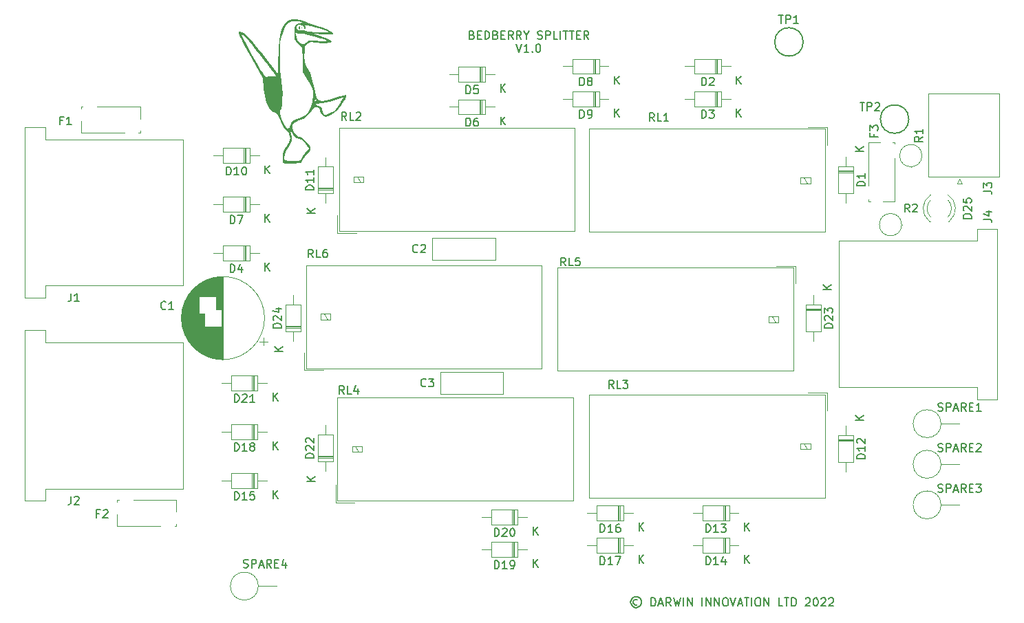
<source format=gbr>
%TF.GenerationSoftware,KiCad,Pcbnew,(6.0.10)*%
%TF.CreationDate,2023-01-23T18:05:53+00:00*%
%TF.ProjectId,bedberry_splitter,62656462-6572-4727-995f-73706c697474,rev?*%
%TF.SameCoordinates,Original*%
%TF.FileFunction,Legend,Top*%
%TF.FilePolarity,Positive*%
%FSLAX46Y46*%
G04 Gerber Fmt 4.6, Leading zero omitted, Abs format (unit mm)*
G04 Created by KiCad (PCBNEW (6.0.10)) date 2023-01-23 18:05:53*
%MOMM*%
%LPD*%
G01*
G04 APERTURE LIST*
%ADD10C,0.150000*%
%ADD11C,0.120000*%
G04 APERTURE END LIST*
D10*
X105023809Y-53123571D02*
X105166666Y-53171190D01*
X105214285Y-53218809D01*
X105261904Y-53314047D01*
X105261904Y-53456904D01*
X105214285Y-53552142D01*
X105166666Y-53599761D01*
X105071428Y-53647380D01*
X104690476Y-53647380D01*
X104690476Y-52647380D01*
X105023809Y-52647380D01*
X105119047Y-52695000D01*
X105166666Y-52742619D01*
X105214285Y-52837857D01*
X105214285Y-52933095D01*
X105166666Y-53028333D01*
X105119047Y-53075952D01*
X105023809Y-53123571D01*
X104690476Y-53123571D01*
X105690476Y-53123571D02*
X106023809Y-53123571D01*
X106166666Y-53647380D02*
X105690476Y-53647380D01*
X105690476Y-52647380D01*
X106166666Y-52647380D01*
X106595238Y-53647380D02*
X106595238Y-52647380D01*
X106833333Y-52647380D01*
X106976190Y-52695000D01*
X107071428Y-52790238D01*
X107119047Y-52885476D01*
X107166666Y-53075952D01*
X107166666Y-53218809D01*
X107119047Y-53409285D01*
X107071428Y-53504523D01*
X106976190Y-53599761D01*
X106833333Y-53647380D01*
X106595238Y-53647380D01*
X107928571Y-53123571D02*
X108071428Y-53171190D01*
X108119047Y-53218809D01*
X108166666Y-53314047D01*
X108166666Y-53456904D01*
X108119047Y-53552142D01*
X108071428Y-53599761D01*
X107976190Y-53647380D01*
X107595238Y-53647380D01*
X107595238Y-52647380D01*
X107928571Y-52647380D01*
X108023809Y-52695000D01*
X108071428Y-52742619D01*
X108119047Y-52837857D01*
X108119047Y-52933095D01*
X108071428Y-53028333D01*
X108023809Y-53075952D01*
X107928571Y-53123571D01*
X107595238Y-53123571D01*
X108595238Y-53123571D02*
X108928571Y-53123571D01*
X109071428Y-53647380D02*
X108595238Y-53647380D01*
X108595238Y-52647380D01*
X109071428Y-52647380D01*
X110071428Y-53647380D02*
X109738095Y-53171190D01*
X109500000Y-53647380D02*
X109500000Y-52647380D01*
X109880952Y-52647380D01*
X109976190Y-52695000D01*
X110023809Y-52742619D01*
X110071428Y-52837857D01*
X110071428Y-52980714D01*
X110023809Y-53075952D01*
X109976190Y-53123571D01*
X109880952Y-53171190D01*
X109500000Y-53171190D01*
X111071428Y-53647380D02*
X110738095Y-53171190D01*
X110500000Y-53647380D02*
X110500000Y-52647380D01*
X110880952Y-52647380D01*
X110976190Y-52695000D01*
X111023809Y-52742619D01*
X111071428Y-52837857D01*
X111071428Y-52980714D01*
X111023809Y-53075952D01*
X110976190Y-53123571D01*
X110880952Y-53171190D01*
X110500000Y-53171190D01*
X111690476Y-53171190D02*
X111690476Y-53647380D01*
X111357142Y-52647380D02*
X111690476Y-53171190D01*
X112023809Y-52647380D01*
X113071428Y-53599761D02*
X113214285Y-53647380D01*
X113452380Y-53647380D01*
X113547619Y-53599761D01*
X113595238Y-53552142D01*
X113642857Y-53456904D01*
X113642857Y-53361666D01*
X113595238Y-53266428D01*
X113547619Y-53218809D01*
X113452380Y-53171190D01*
X113261904Y-53123571D01*
X113166666Y-53075952D01*
X113119047Y-53028333D01*
X113071428Y-52933095D01*
X113071428Y-52837857D01*
X113119047Y-52742619D01*
X113166666Y-52695000D01*
X113261904Y-52647380D01*
X113500000Y-52647380D01*
X113642857Y-52695000D01*
X114071428Y-53647380D02*
X114071428Y-52647380D01*
X114452380Y-52647380D01*
X114547619Y-52695000D01*
X114595238Y-52742619D01*
X114642857Y-52837857D01*
X114642857Y-52980714D01*
X114595238Y-53075952D01*
X114547619Y-53123571D01*
X114452380Y-53171190D01*
X114071428Y-53171190D01*
X115547619Y-53647380D02*
X115071428Y-53647380D01*
X115071428Y-52647380D01*
X115880952Y-53647380D02*
X115880952Y-52647380D01*
X116214285Y-52647380D02*
X116785714Y-52647380D01*
X116500000Y-53647380D02*
X116500000Y-52647380D01*
X116976190Y-52647380D02*
X117547619Y-52647380D01*
X117261904Y-53647380D02*
X117261904Y-52647380D01*
X117880952Y-53123571D02*
X118214285Y-53123571D01*
X118357142Y-53647380D02*
X117880952Y-53647380D01*
X117880952Y-52647380D01*
X118357142Y-52647380D01*
X119357142Y-53647380D02*
X119023809Y-53171190D01*
X118785714Y-53647380D02*
X118785714Y-52647380D01*
X119166666Y-52647380D01*
X119261904Y-52695000D01*
X119309523Y-52742619D01*
X119357142Y-52837857D01*
X119357142Y-52980714D01*
X119309523Y-53075952D01*
X119261904Y-53123571D01*
X119166666Y-53171190D01*
X118785714Y-53171190D01*
X110476190Y-54257380D02*
X110809523Y-55257380D01*
X111142857Y-54257380D01*
X112000000Y-55257380D02*
X111428571Y-55257380D01*
X111714285Y-55257380D02*
X111714285Y-54257380D01*
X111619047Y-54400238D01*
X111523809Y-54495476D01*
X111428571Y-54543095D01*
X112428571Y-55162142D02*
X112476190Y-55209761D01*
X112428571Y-55257380D01*
X112380952Y-55209761D01*
X112428571Y-55162142D01*
X112428571Y-55257380D01*
X113095238Y-54257380D02*
X113190476Y-54257380D01*
X113285714Y-54305000D01*
X113333333Y-54352619D01*
X113380952Y-54447857D01*
X113428571Y-54638333D01*
X113428571Y-54876428D01*
X113380952Y-55066904D01*
X113333333Y-55162142D01*
X113285714Y-55209761D01*
X113190476Y-55257380D01*
X113095238Y-55257380D01*
X113000000Y-55209761D01*
X112952380Y-55162142D01*
X112904761Y-55066904D01*
X112857142Y-54876428D01*
X112857142Y-54638333D01*
X112904761Y-54447857D01*
X112952380Y-54352619D01*
X113000000Y-54305000D01*
X113095238Y-54257380D01*
X125380952Y-122690476D02*
X125285714Y-122642857D01*
X125095238Y-122642857D01*
X125000000Y-122690476D01*
X124904761Y-122785714D01*
X124857142Y-122880952D01*
X124857142Y-123071428D01*
X124904761Y-123166666D01*
X125000000Y-123261904D01*
X125095238Y-123309523D01*
X125285714Y-123309523D01*
X125380952Y-123261904D01*
X125190476Y-122309523D02*
X124952380Y-122357142D01*
X124714285Y-122500000D01*
X124571428Y-122738095D01*
X124523809Y-122976190D01*
X124571428Y-123214285D01*
X124714285Y-123452380D01*
X124952380Y-123595238D01*
X125190476Y-123642857D01*
X125428571Y-123595238D01*
X125666666Y-123452380D01*
X125809523Y-123214285D01*
X125857142Y-122976190D01*
X125809523Y-122738095D01*
X125666666Y-122500000D01*
X125428571Y-122357142D01*
X125190476Y-122309523D01*
X127047619Y-123452380D02*
X127047619Y-122452380D01*
X127285714Y-122452380D01*
X127428571Y-122500000D01*
X127523809Y-122595238D01*
X127571428Y-122690476D01*
X127619047Y-122880952D01*
X127619047Y-123023809D01*
X127571428Y-123214285D01*
X127523809Y-123309523D01*
X127428571Y-123404761D01*
X127285714Y-123452380D01*
X127047619Y-123452380D01*
X128000000Y-123166666D02*
X128476190Y-123166666D01*
X127904761Y-123452380D02*
X128238095Y-122452380D01*
X128571428Y-123452380D01*
X129476190Y-123452380D02*
X129142857Y-122976190D01*
X128904761Y-123452380D02*
X128904761Y-122452380D01*
X129285714Y-122452380D01*
X129380952Y-122500000D01*
X129428571Y-122547619D01*
X129476190Y-122642857D01*
X129476190Y-122785714D01*
X129428571Y-122880952D01*
X129380952Y-122928571D01*
X129285714Y-122976190D01*
X128904761Y-122976190D01*
X129809523Y-122452380D02*
X130047619Y-123452380D01*
X130238095Y-122738095D01*
X130428571Y-123452380D01*
X130666666Y-122452380D01*
X131047619Y-123452380D02*
X131047619Y-122452380D01*
X131523809Y-123452380D02*
X131523809Y-122452380D01*
X132095238Y-123452380D01*
X132095238Y-122452380D01*
X133333333Y-123452380D02*
X133333333Y-122452380D01*
X133809523Y-123452380D02*
X133809523Y-122452380D01*
X134380952Y-123452380D01*
X134380952Y-122452380D01*
X134857142Y-123452380D02*
X134857142Y-122452380D01*
X135428571Y-123452380D01*
X135428571Y-122452380D01*
X136095238Y-122452380D02*
X136285714Y-122452380D01*
X136380952Y-122500000D01*
X136476190Y-122595238D01*
X136523809Y-122785714D01*
X136523809Y-123119047D01*
X136476190Y-123309523D01*
X136380952Y-123404761D01*
X136285714Y-123452380D01*
X136095238Y-123452380D01*
X136000000Y-123404761D01*
X135904761Y-123309523D01*
X135857142Y-123119047D01*
X135857142Y-122785714D01*
X135904761Y-122595238D01*
X136000000Y-122500000D01*
X136095238Y-122452380D01*
X136809523Y-122452380D02*
X137142857Y-123452380D01*
X137476190Y-122452380D01*
X137761904Y-123166666D02*
X138238095Y-123166666D01*
X137666666Y-123452380D02*
X138000000Y-122452380D01*
X138333333Y-123452380D01*
X138523809Y-122452380D02*
X139095238Y-122452380D01*
X138809523Y-123452380D02*
X138809523Y-122452380D01*
X139428571Y-123452380D02*
X139428571Y-122452380D01*
X140095238Y-122452380D02*
X140285714Y-122452380D01*
X140380952Y-122500000D01*
X140476190Y-122595238D01*
X140523809Y-122785714D01*
X140523809Y-123119047D01*
X140476190Y-123309523D01*
X140380952Y-123404761D01*
X140285714Y-123452380D01*
X140095238Y-123452380D01*
X140000000Y-123404761D01*
X139904761Y-123309523D01*
X139857142Y-123119047D01*
X139857142Y-122785714D01*
X139904761Y-122595238D01*
X140000000Y-122500000D01*
X140095238Y-122452380D01*
X140952380Y-123452380D02*
X140952380Y-122452380D01*
X141523809Y-123452380D01*
X141523809Y-122452380D01*
X143238095Y-123452380D02*
X142761904Y-123452380D01*
X142761904Y-122452380D01*
X143428571Y-122452380D02*
X144000000Y-122452380D01*
X143714285Y-123452380D02*
X143714285Y-122452380D01*
X144333333Y-123452380D02*
X144333333Y-122452380D01*
X144571428Y-122452380D01*
X144714285Y-122500000D01*
X144809523Y-122595238D01*
X144857142Y-122690476D01*
X144904761Y-122880952D01*
X144904761Y-123023809D01*
X144857142Y-123214285D01*
X144809523Y-123309523D01*
X144714285Y-123404761D01*
X144571428Y-123452380D01*
X144333333Y-123452380D01*
X146047619Y-122547619D02*
X146095238Y-122500000D01*
X146190476Y-122452380D01*
X146428571Y-122452380D01*
X146523809Y-122500000D01*
X146571428Y-122547619D01*
X146619047Y-122642857D01*
X146619047Y-122738095D01*
X146571428Y-122880952D01*
X146000000Y-123452380D01*
X146619047Y-123452380D01*
X147238095Y-122452380D02*
X147333333Y-122452380D01*
X147428571Y-122500000D01*
X147476190Y-122547619D01*
X147523809Y-122642857D01*
X147571428Y-122833333D01*
X147571428Y-123071428D01*
X147523809Y-123261904D01*
X147476190Y-123357142D01*
X147428571Y-123404761D01*
X147333333Y-123452380D01*
X147238095Y-123452380D01*
X147142857Y-123404761D01*
X147095238Y-123357142D01*
X147047619Y-123261904D01*
X147000000Y-123071428D01*
X147000000Y-122833333D01*
X147047619Y-122642857D01*
X147095238Y-122547619D01*
X147142857Y-122500000D01*
X147238095Y-122452380D01*
X147952380Y-122547619D02*
X148000000Y-122500000D01*
X148095238Y-122452380D01*
X148333333Y-122452380D01*
X148428571Y-122500000D01*
X148476190Y-122547619D01*
X148523809Y-122642857D01*
X148523809Y-122738095D01*
X148476190Y-122880952D01*
X147904761Y-123452380D01*
X148523809Y-123452380D01*
X148904761Y-122547619D02*
X148952380Y-122500000D01*
X149047619Y-122452380D01*
X149285714Y-122452380D01*
X149380952Y-122500000D01*
X149428571Y-122547619D01*
X149476190Y-122642857D01*
X149476190Y-122738095D01*
X149428571Y-122880952D01*
X148857142Y-123452380D01*
X149476190Y-123452380D01*
%TO.C,D13*%
X133790714Y-114372380D02*
X133790714Y-113372380D01*
X134028809Y-113372380D01*
X134171666Y-113420000D01*
X134266904Y-113515238D01*
X134314523Y-113610476D01*
X134362142Y-113800952D01*
X134362142Y-113943809D01*
X134314523Y-114134285D01*
X134266904Y-114229523D01*
X134171666Y-114324761D01*
X134028809Y-114372380D01*
X133790714Y-114372380D01*
X135314523Y-114372380D02*
X134743095Y-114372380D01*
X135028809Y-114372380D02*
X135028809Y-113372380D01*
X134933571Y-113515238D01*
X134838333Y-113610476D01*
X134743095Y-113658095D01*
X135647857Y-113372380D02*
X136266904Y-113372380D01*
X135933571Y-113753333D01*
X136076428Y-113753333D01*
X136171666Y-113800952D01*
X136219285Y-113848571D01*
X136266904Y-113943809D01*
X136266904Y-114181904D01*
X136219285Y-114277142D01*
X136171666Y-114324761D01*
X136076428Y-114372380D01*
X135790714Y-114372380D01*
X135695476Y-114324761D01*
X135647857Y-114277142D01*
X138553095Y-114202380D02*
X138553095Y-113202380D01*
X139124523Y-114202380D02*
X138695952Y-113630952D01*
X139124523Y-113202380D02*
X138553095Y-113773809D01*
%TO.C,TP2*%
X152738095Y-61452380D02*
X153309523Y-61452380D01*
X153023809Y-62452380D02*
X153023809Y-61452380D01*
X153642857Y-62452380D02*
X153642857Y-61452380D01*
X154023809Y-61452380D01*
X154119047Y-61500000D01*
X154166666Y-61547619D01*
X154214285Y-61642857D01*
X154214285Y-61785714D01*
X154166666Y-61880952D01*
X154119047Y-61928571D01*
X154023809Y-61976190D01*
X153642857Y-61976190D01*
X154595238Y-61547619D02*
X154642857Y-61500000D01*
X154738095Y-61452380D01*
X154976190Y-61452380D01*
X155071428Y-61500000D01*
X155119047Y-61547619D01*
X155166666Y-61642857D01*
X155166666Y-61738095D01*
X155119047Y-61880952D01*
X154547619Y-62452380D01*
X155166666Y-62452380D01*
%TO.C,F3*%
X154428571Y-65333333D02*
X154428571Y-65666666D01*
X154952380Y-65666666D02*
X153952380Y-65666666D01*
X153952380Y-65190476D01*
X153952380Y-64904761D02*
X153952380Y-64285714D01*
X154333333Y-64619047D01*
X154333333Y-64476190D01*
X154380952Y-64380952D01*
X154428571Y-64333333D01*
X154523809Y-64285714D01*
X154761904Y-64285714D01*
X154857142Y-64333333D01*
X154904761Y-64380952D01*
X154952380Y-64476190D01*
X154952380Y-64761904D01*
X154904761Y-64857142D01*
X154857142Y-64904761D01*
%TO.C,TP1*%
X142738095Y-50702380D02*
X143309523Y-50702380D01*
X143023809Y-51702380D02*
X143023809Y-50702380D01*
X143642857Y-51702380D02*
X143642857Y-50702380D01*
X144023809Y-50702380D01*
X144119047Y-50750000D01*
X144166666Y-50797619D01*
X144214285Y-50892857D01*
X144214285Y-51035714D01*
X144166666Y-51130952D01*
X144119047Y-51178571D01*
X144023809Y-51226190D01*
X143642857Y-51226190D01*
X145166666Y-51702380D02*
X144595238Y-51702380D01*
X144880952Y-51702380D02*
X144880952Y-50702380D01*
X144785714Y-50845238D01*
X144690476Y-50940476D01*
X144595238Y-50988095D01*
%TO.C,RL6*%
X85466071Y-80539880D02*
X85132738Y-80063690D01*
X84894642Y-80539880D02*
X84894642Y-79539880D01*
X85275595Y-79539880D01*
X85370833Y-79587500D01*
X85418452Y-79635119D01*
X85466071Y-79730357D01*
X85466071Y-79873214D01*
X85418452Y-79968452D01*
X85370833Y-80016071D01*
X85275595Y-80063690D01*
X84894642Y-80063690D01*
X86370833Y-80539880D02*
X85894642Y-80539880D01*
X85894642Y-79539880D01*
X87132738Y-79539880D02*
X86942261Y-79539880D01*
X86847023Y-79587500D01*
X86799404Y-79635119D01*
X86704166Y-79777976D01*
X86656547Y-79968452D01*
X86656547Y-80349404D01*
X86704166Y-80444642D01*
X86751785Y-80492261D01*
X86847023Y-80539880D01*
X87037500Y-80539880D01*
X87132738Y-80492261D01*
X87180357Y-80444642D01*
X87227976Y-80349404D01*
X87227976Y-80111309D01*
X87180357Y-80016071D01*
X87132738Y-79968452D01*
X87037500Y-79920833D01*
X86847023Y-79920833D01*
X86751785Y-79968452D01*
X86704166Y-80016071D01*
X86656547Y-80111309D01*
%TO.C,J3*%
X167952380Y-72333333D02*
X168666666Y-72333333D01*
X168809523Y-72380952D01*
X168904761Y-72476190D01*
X168952380Y-72619047D01*
X168952380Y-72714285D01*
X167952380Y-71952380D02*
X167952380Y-71333333D01*
X168333333Y-71666666D01*
X168333333Y-71523809D01*
X168380952Y-71428571D01*
X168428571Y-71380952D01*
X168523809Y-71333333D01*
X168761904Y-71333333D01*
X168857142Y-71380952D01*
X168904761Y-71428571D01*
X168952380Y-71523809D01*
X168952380Y-71809523D01*
X168904761Y-71904761D01*
X168857142Y-71952380D01*
%TO.C,R1*%
X160452380Y-65666666D02*
X159976190Y-66000000D01*
X160452380Y-66238095D02*
X159452380Y-66238095D01*
X159452380Y-65857142D01*
X159500000Y-65761904D01*
X159547619Y-65714285D01*
X159642857Y-65666666D01*
X159785714Y-65666666D01*
X159880952Y-65714285D01*
X159928571Y-65761904D01*
X159976190Y-65857142D01*
X159976190Y-66238095D01*
X160452380Y-64714285D02*
X160452380Y-65285714D01*
X160452380Y-65000000D02*
X159452380Y-65000000D01*
X159595238Y-65095238D01*
X159690476Y-65190476D01*
X159738095Y-65285714D01*
%TO.C,D18*%
X75790714Y-104372380D02*
X75790714Y-103372380D01*
X76028809Y-103372380D01*
X76171666Y-103420000D01*
X76266904Y-103515238D01*
X76314523Y-103610476D01*
X76362142Y-103800952D01*
X76362142Y-103943809D01*
X76314523Y-104134285D01*
X76266904Y-104229523D01*
X76171666Y-104324761D01*
X76028809Y-104372380D01*
X75790714Y-104372380D01*
X77314523Y-104372380D02*
X76743095Y-104372380D01*
X77028809Y-104372380D02*
X77028809Y-103372380D01*
X76933571Y-103515238D01*
X76838333Y-103610476D01*
X76743095Y-103658095D01*
X77885952Y-103800952D02*
X77790714Y-103753333D01*
X77743095Y-103705714D01*
X77695476Y-103610476D01*
X77695476Y-103562857D01*
X77743095Y-103467619D01*
X77790714Y-103420000D01*
X77885952Y-103372380D01*
X78076428Y-103372380D01*
X78171666Y-103420000D01*
X78219285Y-103467619D01*
X78266904Y-103562857D01*
X78266904Y-103610476D01*
X78219285Y-103705714D01*
X78171666Y-103753333D01*
X78076428Y-103800952D01*
X77885952Y-103800952D01*
X77790714Y-103848571D01*
X77743095Y-103896190D01*
X77695476Y-103991428D01*
X77695476Y-104181904D01*
X77743095Y-104277142D01*
X77790714Y-104324761D01*
X77885952Y-104372380D01*
X78076428Y-104372380D01*
X78171666Y-104324761D01*
X78219285Y-104277142D01*
X78266904Y-104181904D01*
X78266904Y-103991428D01*
X78219285Y-103896190D01*
X78171666Y-103848571D01*
X78076428Y-103800952D01*
X80553095Y-104202380D02*
X80553095Y-103202380D01*
X81124523Y-104202380D02*
X80695952Y-103630952D01*
X81124523Y-103202380D02*
X80553095Y-103773809D01*
%TO.C,D20*%
X107790714Y-114872380D02*
X107790714Y-113872380D01*
X108028809Y-113872380D01*
X108171666Y-113920000D01*
X108266904Y-114015238D01*
X108314523Y-114110476D01*
X108362142Y-114300952D01*
X108362142Y-114443809D01*
X108314523Y-114634285D01*
X108266904Y-114729523D01*
X108171666Y-114824761D01*
X108028809Y-114872380D01*
X107790714Y-114872380D01*
X108743095Y-113967619D02*
X108790714Y-113920000D01*
X108885952Y-113872380D01*
X109124047Y-113872380D01*
X109219285Y-113920000D01*
X109266904Y-113967619D01*
X109314523Y-114062857D01*
X109314523Y-114158095D01*
X109266904Y-114300952D01*
X108695476Y-114872380D01*
X109314523Y-114872380D01*
X109933571Y-113872380D02*
X110028809Y-113872380D01*
X110124047Y-113920000D01*
X110171666Y-113967619D01*
X110219285Y-114062857D01*
X110266904Y-114253333D01*
X110266904Y-114491428D01*
X110219285Y-114681904D01*
X110171666Y-114777142D01*
X110124047Y-114824761D01*
X110028809Y-114872380D01*
X109933571Y-114872380D01*
X109838333Y-114824761D01*
X109790714Y-114777142D01*
X109743095Y-114681904D01*
X109695476Y-114491428D01*
X109695476Y-114253333D01*
X109743095Y-114062857D01*
X109790714Y-113967619D01*
X109838333Y-113920000D01*
X109933571Y-113872380D01*
X112553095Y-114702380D02*
X112553095Y-113702380D01*
X113124523Y-114702380D02*
X112695952Y-114130952D01*
X113124523Y-113702380D02*
X112553095Y-114273809D01*
%TO.C,D2*%
X133266904Y-59372380D02*
X133266904Y-58372380D01*
X133505000Y-58372380D01*
X133647857Y-58420000D01*
X133743095Y-58515238D01*
X133790714Y-58610476D01*
X133838333Y-58800952D01*
X133838333Y-58943809D01*
X133790714Y-59134285D01*
X133743095Y-59229523D01*
X133647857Y-59324761D01*
X133505000Y-59372380D01*
X133266904Y-59372380D01*
X134219285Y-58467619D02*
X134266904Y-58420000D01*
X134362142Y-58372380D01*
X134600238Y-58372380D01*
X134695476Y-58420000D01*
X134743095Y-58467619D01*
X134790714Y-58562857D01*
X134790714Y-58658095D01*
X134743095Y-58800952D01*
X134171666Y-59372380D01*
X134790714Y-59372380D01*
X137553095Y-59202380D02*
X137553095Y-58202380D01*
X138124523Y-59202380D02*
X137695952Y-58630952D01*
X138124523Y-58202380D02*
X137553095Y-58773809D01*
%TO.C,SPARE3*%
X162357142Y-109404761D02*
X162500000Y-109452380D01*
X162738095Y-109452380D01*
X162833333Y-109404761D01*
X162880952Y-109357142D01*
X162928571Y-109261904D01*
X162928571Y-109166666D01*
X162880952Y-109071428D01*
X162833333Y-109023809D01*
X162738095Y-108976190D01*
X162547619Y-108928571D01*
X162452380Y-108880952D01*
X162404761Y-108833333D01*
X162357142Y-108738095D01*
X162357142Y-108642857D01*
X162404761Y-108547619D01*
X162452380Y-108500000D01*
X162547619Y-108452380D01*
X162785714Y-108452380D01*
X162928571Y-108500000D01*
X163357142Y-109452380D02*
X163357142Y-108452380D01*
X163738095Y-108452380D01*
X163833333Y-108500000D01*
X163880952Y-108547619D01*
X163928571Y-108642857D01*
X163928571Y-108785714D01*
X163880952Y-108880952D01*
X163833333Y-108928571D01*
X163738095Y-108976190D01*
X163357142Y-108976190D01*
X164309523Y-109166666D02*
X164785714Y-109166666D01*
X164214285Y-109452380D02*
X164547619Y-108452380D01*
X164880952Y-109452380D01*
X165785714Y-109452380D02*
X165452380Y-108976190D01*
X165214285Y-109452380D02*
X165214285Y-108452380D01*
X165595238Y-108452380D01*
X165690476Y-108500000D01*
X165738095Y-108547619D01*
X165785714Y-108642857D01*
X165785714Y-108785714D01*
X165738095Y-108880952D01*
X165690476Y-108928571D01*
X165595238Y-108976190D01*
X165214285Y-108976190D01*
X166214285Y-108928571D02*
X166547619Y-108928571D01*
X166690476Y-109452380D02*
X166214285Y-109452380D01*
X166214285Y-108452380D01*
X166690476Y-108452380D01*
X167023809Y-108452380D02*
X167642857Y-108452380D01*
X167309523Y-108833333D01*
X167452380Y-108833333D01*
X167547619Y-108880952D01*
X167595238Y-108928571D01*
X167642857Y-109023809D01*
X167642857Y-109261904D01*
X167595238Y-109357142D01*
X167547619Y-109404761D01*
X167452380Y-109452380D01*
X167166666Y-109452380D01*
X167071428Y-109404761D01*
X167023809Y-109357142D01*
%TO.C,J4*%
X167952380Y-75833333D02*
X168666666Y-75833333D01*
X168809523Y-75880952D01*
X168904761Y-75976190D01*
X168952380Y-76119047D01*
X168952380Y-76214285D01*
X168285714Y-74928571D02*
X168952380Y-74928571D01*
X167904761Y-75166666D02*
X168619047Y-75404761D01*
X168619047Y-74785714D01*
%TO.C,RL1*%
X127428571Y-63764880D02*
X127095238Y-63288690D01*
X126857142Y-63764880D02*
X126857142Y-62764880D01*
X127238095Y-62764880D01*
X127333333Y-62812500D01*
X127380952Y-62860119D01*
X127428571Y-62955357D01*
X127428571Y-63098214D01*
X127380952Y-63193452D01*
X127333333Y-63241071D01*
X127238095Y-63288690D01*
X126857142Y-63288690D01*
X128333333Y-63764880D02*
X127857142Y-63764880D01*
X127857142Y-62764880D01*
X129190476Y-63764880D02*
X128619047Y-63764880D01*
X128904761Y-63764880D02*
X128904761Y-62764880D01*
X128809523Y-62907738D01*
X128714285Y-63002976D01*
X128619047Y-63050595D01*
%TO.C,D5*%
X104266904Y-60372380D02*
X104266904Y-59372380D01*
X104505000Y-59372380D01*
X104647857Y-59420000D01*
X104743095Y-59515238D01*
X104790714Y-59610476D01*
X104838333Y-59800952D01*
X104838333Y-59943809D01*
X104790714Y-60134285D01*
X104743095Y-60229523D01*
X104647857Y-60324761D01*
X104505000Y-60372380D01*
X104266904Y-60372380D01*
X105743095Y-59372380D02*
X105266904Y-59372380D01*
X105219285Y-59848571D01*
X105266904Y-59800952D01*
X105362142Y-59753333D01*
X105600238Y-59753333D01*
X105695476Y-59800952D01*
X105743095Y-59848571D01*
X105790714Y-59943809D01*
X105790714Y-60181904D01*
X105743095Y-60277142D01*
X105695476Y-60324761D01*
X105600238Y-60372380D01*
X105362142Y-60372380D01*
X105266904Y-60324761D01*
X105219285Y-60277142D01*
X108553095Y-60202380D02*
X108553095Y-59202380D01*
X109124523Y-60202380D02*
X108695952Y-59630952D01*
X109124523Y-59202380D02*
X108553095Y-59773809D01*
%TO.C,RL3*%
X122428571Y-96652380D02*
X122095238Y-96176190D01*
X121857142Y-96652380D02*
X121857142Y-95652380D01*
X122238095Y-95652380D01*
X122333333Y-95700000D01*
X122380952Y-95747619D01*
X122428571Y-95842857D01*
X122428571Y-95985714D01*
X122380952Y-96080952D01*
X122333333Y-96128571D01*
X122238095Y-96176190D01*
X121857142Y-96176190D01*
X123333333Y-96652380D02*
X122857142Y-96652380D01*
X122857142Y-95652380D01*
X123571428Y-95652380D02*
X124190476Y-95652380D01*
X123857142Y-96033333D01*
X124000000Y-96033333D01*
X124095238Y-96080952D01*
X124142857Y-96128571D01*
X124190476Y-96223809D01*
X124190476Y-96461904D01*
X124142857Y-96557142D01*
X124095238Y-96604761D01*
X124000000Y-96652380D01*
X123714285Y-96652380D01*
X123619047Y-96604761D01*
X123571428Y-96557142D01*
%TO.C,RL2*%
X89566071Y-63639880D02*
X89232738Y-63163690D01*
X88994642Y-63639880D02*
X88994642Y-62639880D01*
X89375595Y-62639880D01*
X89470833Y-62687500D01*
X89518452Y-62735119D01*
X89566071Y-62830357D01*
X89566071Y-62973214D01*
X89518452Y-63068452D01*
X89470833Y-63116071D01*
X89375595Y-63163690D01*
X88994642Y-63163690D01*
X90470833Y-63639880D02*
X89994642Y-63639880D01*
X89994642Y-62639880D01*
X90756547Y-62735119D02*
X90804166Y-62687500D01*
X90899404Y-62639880D01*
X91137500Y-62639880D01*
X91232738Y-62687500D01*
X91280357Y-62735119D01*
X91327976Y-62830357D01*
X91327976Y-62925595D01*
X91280357Y-63068452D01*
X90708928Y-63639880D01*
X91327976Y-63639880D01*
%TO.C,D10*%
X74790714Y-70372380D02*
X74790714Y-69372380D01*
X75028809Y-69372380D01*
X75171666Y-69420000D01*
X75266904Y-69515238D01*
X75314523Y-69610476D01*
X75362142Y-69800952D01*
X75362142Y-69943809D01*
X75314523Y-70134285D01*
X75266904Y-70229523D01*
X75171666Y-70324761D01*
X75028809Y-70372380D01*
X74790714Y-70372380D01*
X76314523Y-70372380D02*
X75743095Y-70372380D01*
X76028809Y-70372380D02*
X76028809Y-69372380D01*
X75933571Y-69515238D01*
X75838333Y-69610476D01*
X75743095Y-69658095D01*
X76933571Y-69372380D02*
X77028809Y-69372380D01*
X77124047Y-69420000D01*
X77171666Y-69467619D01*
X77219285Y-69562857D01*
X77266904Y-69753333D01*
X77266904Y-69991428D01*
X77219285Y-70181904D01*
X77171666Y-70277142D01*
X77124047Y-70324761D01*
X77028809Y-70372380D01*
X76933571Y-70372380D01*
X76838333Y-70324761D01*
X76790714Y-70277142D01*
X76743095Y-70181904D01*
X76695476Y-69991428D01*
X76695476Y-69753333D01*
X76743095Y-69562857D01*
X76790714Y-69467619D01*
X76838333Y-69420000D01*
X76933571Y-69372380D01*
X79553095Y-70202380D02*
X79553095Y-69202380D01*
X80124523Y-70202380D02*
X79695952Y-69630952D01*
X80124523Y-69202380D02*
X79553095Y-69773809D01*
%TO.C,D16*%
X120790714Y-114372380D02*
X120790714Y-113372380D01*
X121028809Y-113372380D01*
X121171666Y-113420000D01*
X121266904Y-113515238D01*
X121314523Y-113610476D01*
X121362142Y-113800952D01*
X121362142Y-113943809D01*
X121314523Y-114134285D01*
X121266904Y-114229523D01*
X121171666Y-114324761D01*
X121028809Y-114372380D01*
X120790714Y-114372380D01*
X122314523Y-114372380D02*
X121743095Y-114372380D01*
X122028809Y-114372380D02*
X122028809Y-113372380D01*
X121933571Y-113515238D01*
X121838333Y-113610476D01*
X121743095Y-113658095D01*
X123171666Y-113372380D02*
X122981190Y-113372380D01*
X122885952Y-113420000D01*
X122838333Y-113467619D01*
X122743095Y-113610476D01*
X122695476Y-113800952D01*
X122695476Y-114181904D01*
X122743095Y-114277142D01*
X122790714Y-114324761D01*
X122885952Y-114372380D01*
X123076428Y-114372380D01*
X123171666Y-114324761D01*
X123219285Y-114277142D01*
X123266904Y-114181904D01*
X123266904Y-113943809D01*
X123219285Y-113848571D01*
X123171666Y-113800952D01*
X123076428Y-113753333D01*
X122885952Y-113753333D01*
X122790714Y-113800952D01*
X122743095Y-113848571D01*
X122695476Y-113943809D01*
X125553095Y-114202380D02*
X125553095Y-113202380D01*
X126124523Y-114202380D02*
X125695952Y-113630952D01*
X126124523Y-113202380D02*
X125553095Y-113773809D01*
%TO.C,D22*%
X85532380Y-105219285D02*
X84532380Y-105219285D01*
X84532380Y-104981190D01*
X84580000Y-104838333D01*
X84675238Y-104743095D01*
X84770476Y-104695476D01*
X84960952Y-104647857D01*
X85103809Y-104647857D01*
X85294285Y-104695476D01*
X85389523Y-104743095D01*
X85484761Y-104838333D01*
X85532380Y-104981190D01*
X85532380Y-105219285D01*
X84627619Y-104266904D02*
X84580000Y-104219285D01*
X84532380Y-104124047D01*
X84532380Y-103885952D01*
X84580000Y-103790714D01*
X84627619Y-103743095D01*
X84722857Y-103695476D01*
X84818095Y-103695476D01*
X84960952Y-103743095D01*
X85532380Y-104314523D01*
X85532380Y-103695476D01*
X84627619Y-103314523D02*
X84580000Y-103266904D01*
X84532380Y-103171666D01*
X84532380Y-102933571D01*
X84580000Y-102838333D01*
X84627619Y-102790714D01*
X84722857Y-102743095D01*
X84818095Y-102743095D01*
X84960952Y-102790714D01*
X85532380Y-103362142D01*
X85532380Y-102743095D01*
X85702380Y-108076904D02*
X84702380Y-108076904D01*
X85702380Y-107505476D02*
X85130952Y-107934047D01*
X84702380Y-107505476D02*
X85273809Y-108076904D01*
%TO.C,D9*%
X118266904Y-63372380D02*
X118266904Y-62372380D01*
X118505000Y-62372380D01*
X118647857Y-62420000D01*
X118743095Y-62515238D01*
X118790714Y-62610476D01*
X118838333Y-62800952D01*
X118838333Y-62943809D01*
X118790714Y-63134285D01*
X118743095Y-63229523D01*
X118647857Y-63324761D01*
X118505000Y-63372380D01*
X118266904Y-63372380D01*
X119314523Y-63372380D02*
X119505000Y-63372380D01*
X119600238Y-63324761D01*
X119647857Y-63277142D01*
X119743095Y-63134285D01*
X119790714Y-62943809D01*
X119790714Y-62562857D01*
X119743095Y-62467619D01*
X119695476Y-62420000D01*
X119600238Y-62372380D01*
X119409761Y-62372380D01*
X119314523Y-62420000D01*
X119266904Y-62467619D01*
X119219285Y-62562857D01*
X119219285Y-62800952D01*
X119266904Y-62896190D01*
X119314523Y-62943809D01*
X119409761Y-62991428D01*
X119600238Y-62991428D01*
X119695476Y-62943809D01*
X119743095Y-62896190D01*
X119790714Y-62800952D01*
X122553095Y-63202380D02*
X122553095Y-62202380D01*
X123124523Y-63202380D02*
X122695952Y-62630952D01*
X123124523Y-62202380D02*
X122553095Y-62773809D01*
%TO.C,C2*%
X98333333Y-79857142D02*
X98285714Y-79904761D01*
X98142857Y-79952380D01*
X98047619Y-79952380D01*
X97904761Y-79904761D01*
X97809523Y-79809523D01*
X97761904Y-79714285D01*
X97714285Y-79523809D01*
X97714285Y-79380952D01*
X97761904Y-79190476D01*
X97809523Y-79095238D01*
X97904761Y-79000000D01*
X98047619Y-78952380D01*
X98142857Y-78952380D01*
X98285714Y-79000000D01*
X98333333Y-79047619D01*
X98714285Y-79047619D02*
X98761904Y-79000000D01*
X98857142Y-78952380D01*
X99095238Y-78952380D01*
X99190476Y-79000000D01*
X99238095Y-79047619D01*
X99285714Y-79142857D01*
X99285714Y-79238095D01*
X99238095Y-79380952D01*
X98666666Y-79952380D01*
X99285714Y-79952380D01*
%TO.C,D19*%
X107790714Y-118872380D02*
X107790714Y-117872380D01*
X108028809Y-117872380D01*
X108171666Y-117920000D01*
X108266904Y-118015238D01*
X108314523Y-118110476D01*
X108362142Y-118300952D01*
X108362142Y-118443809D01*
X108314523Y-118634285D01*
X108266904Y-118729523D01*
X108171666Y-118824761D01*
X108028809Y-118872380D01*
X107790714Y-118872380D01*
X109314523Y-118872380D02*
X108743095Y-118872380D01*
X109028809Y-118872380D02*
X109028809Y-117872380D01*
X108933571Y-118015238D01*
X108838333Y-118110476D01*
X108743095Y-118158095D01*
X109790714Y-118872380D02*
X109981190Y-118872380D01*
X110076428Y-118824761D01*
X110124047Y-118777142D01*
X110219285Y-118634285D01*
X110266904Y-118443809D01*
X110266904Y-118062857D01*
X110219285Y-117967619D01*
X110171666Y-117920000D01*
X110076428Y-117872380D01*
X109885952Y-117872380D01*
X109790714Y-117920000D01*
X109743095Y-117967619D01*
X109695476Y-118062857D01*
X109695476Y-118300952D01*
X109743095Y-118396190D01*
X109790714Y-118443809D01*
X109885952Y-118491428D01*
X110076428Y-118491428D01*
X110171666Y-118443809D01*
X110219285Y-118396190D01*
X110266904Y-118300952D01*
X112553095Y-118702380D02*
X112553095Y-117702380D01*
X113124523Y-118702380D02*
X112695952Y-118130952D01*
X113124523Y-117702380D02*
X112553095Y-118273809D01*
%TO.C,SPARE2*%
X162357142Y-104404761D02*
X162500000Y-104452380D01*
X162738095Y-104452380D01*
X162833333Y-104404761D01*
X162880952Y-104357142D01*
X162928571Y-104261904D01*
X162928571Y-104166666D01*
X162880952Y-104071428D01*
X162833333Y-104023809D01*
X162738095Y-103976190D01*
X162547619Y-103928571D01*
X162452380Y-103880952D01*
X162404761Y-103833333D01*
X162357142Y-103738095D01*
X162357142Y-103642857D01*
X162404761Y-103547619D01*
X162452380Y-103500000D01*
X162547619Y-103452380D01*
X162785714Y-103452380D01*
X162928571Y-103500000D01*
X163357142Y-104452380D02*
X163357142Y-103452380D01*
X163738095Y-103452380D01*
X163833333Y-103500000D01*
X163880952Y-103547619D01*
X163928571Y-103642857D01*
X163928571Y-103785714D01*
X163880952Y-103880952D01*
X163833333Y-103928571D01*
X163738095Y-103976190D01*
X163357142Y-103976190D01*
X164309523Y-104166666D02*
X164785714Y-104166666D01*
X164214285Y-104452380D02*
X164547619Y-103452380D01*
X164880952Y-104452380D01*
X165785714Y-104452380D02*
X165452380Y-103976190D01*
X165214285Y-104452380D02*
X165214285Y-103452380D01*
X165595238Y-103452380D01*
X165690476Y-103500000D01*
X165738095Y-103547619D01*
X165785714Y-103642857D01*
X165785714Y-103785714D01*
X165738095Y-103880952D01*
X165690476Y-103928571D01*
X165595238Y-103976190D01*
X165214285Y-103976190D01*
X166214285Y-103928571D02*
X166547619Y-103928571D01*
X166690476Y-104452380D02*
X166214285Y-104452380D01*
X166214285Y-103452380D01*
X166690476Y-103452380D01*
X167071428Y-103547619D02*
X167119047Y-103500000D01*
X167214285Y-103452380D01*
X167452380Y-103452380D01*
X167547619Y-103500000D01*
X167595238Y-103547619D01*
X167642857Y-103642857D01*
X167642857Y-103738095D01*
X167595238Y-103880952D01*
X167023809Y-104452380D01*
X167642857Y-104452380D01*
%TO.C,SPARE4*%
X76897142Y-118684761D02*
X77040000Y-118732380D01*
X77278095Y-118732380D01*
X77373333Y-118684761D01*
X77420952Y-118637142D01*
X77468571Y-118541904D01*
X77468571Y-118446666D01*
X77420952Y-118351428D01*
X77373333Y-118303809D01*
X77278095Y-118256190D01*
X77087619Y-118208571D01*
X76992380Y-118160952D01*
X76944761Y-118113333D01*
X76897142Y-118018095D01*
X76897142Y-117922857D01*
X76944761Y-117827619D01*
X76992380Y-117780000D01*
X77087619Y-117732380D01*
X77325714Y-117732380D01*
X77468571Y-117780000D01*
X77897142Y-118732380D02*
X77897142Y-117732380D01*
X78278095Y-117732380D01*
X78373333Y-117780000D01*
X78420952Y-117827619D01*
X78468571Y-117922857D01*
X78468571Y-118065714D01*
X78420952Y-118160952D01*
X78373333Y-118208571D01*
X78278095Y-118256190D01*
X77897142Y-118256190D01*
X78849523Y-118446666D02*
X79325714Y-118446666D01*
X78754285Y-118732380D02*
X79087619Y-117732380D01*
X79420952Y-118732380D01*
X80325714Y-118732380D02*
X79992380Y-118256190D01*
X79754285Y-118732380D02*
X79754285Y-117732380D01*
X80135238Y-117732380D01*
X80230476Y-117780000D01*
X80278095Y-117827619D01*
X80325714Y-117922857D01*
X80325714Y-118065714D01*
X80278095Y-118160952D01*
X80230476Y-118208571D01*
X80135238Y-118256190D01*
X79754285Y-118256190D01*
X80754285Y-118208571D02*
X81087619Y-118208571D01*
X81230476Y-118732380D02*
X80754285Y-118732380D01*
X80754285Y-117732380D01*
X81230476Y-117732380D01*
X82087619Y-118065714D02*
X82087619Y-118732380D01*
X81849523Y-117684761D02*
X81611428Y-118399047D01*
X82230476Y-118399047D01*
%TO.C,D17*%
X120790714Y-118372380D02*
X120790714Y-117372380D01*
X121028809Y-117372380D01*
X121171666Y-117420000D01*
X121266904Y-117515238D01*
X121314523Y-117610476D01*
X121362142Y-117800952D01*
X121362142Y-117943809D01*
X121314523Y-118134285D01*
X121266904Y-118229523D01*
X121171666Y-118324761D01*
X121028809Y-118372380D01*
X120790714Y-118372380D01*
X122314523Y-118372380D02*
X121743095Y-118372380D01*
X122028809Y-118372380D02*
X122028809Y-117372380D01*
X121933571Y-117515238D01*
X121838333Y-117610476D01*
X121743095Y-117658095D01*
X122647857Y-117372380D02*
X123314523Y-117372380D01*
X122885952Y-118372380D01*
X125553095Y-118202380D02*
X125553095Y-117202380D01*
X126124523Y-118202380D02*
X125695952Y-117630952D01*
X126124523Y-117202380D02*
X125553095Y-117773809D01*
%TO.C,D15*%
X75790714Y-110372380D02*
X75790714Y-109372380D01*
X76028809Y-109372380D01*
X76171666Y-109420000D01*
X76266904Y-109515238D01*
X76314523Y-109610476D01*
X76362142Y-109800952D01*
X76362142Y-109943809D01*
X76314523Y-110134285D01*
X76266904Y-110229523D01*
X76171666Y-110324761D01*
X76028809Y-110372380D01*
X75790714Y-110372380D01*
X77314523Y-110372380D02*
X76743095Y-110372380D01*
X77028809Y-110372380D02*
X77028809Y-109372380D01*
X76933571Y-109515238D01*
X76838333Y-109610476D01*
X76743095Y-109658095D01*
X78219285Y-109372380D02*
X77743095Y-109372380D01*
X77695476Y-109848571D01*
X77743095Y-109800952D01*
X77838333Y-109753333D01*
X78076428Y-109753333D01*
X78171666Y-109800952D01*
X78219285Y-109848571D01*
X78266904Y-109943809D01*
X78266904Y-110181904D01*
X78219285Y-110277142D01*
X78171666Y-110324761D01*
X78076428Y-110372380D01*
X77838333Y-110372380D01*
X77743095Y-110324761D01*
X77695476Y-110277142D01*
X80553095Y-110202380D02*
X80553095Y-109202380D01*
X81124523Y-110202380D02*
X80695952Y-109630952D01*
X81124523Y-109202380D02*
X80553095Y-109773809D01*
%TO.C,D24*%
X81532380Y-89219285D02*
X80532380Y-89219285D01*
X80532380Y-88981190D01*
X80580000Y-88838333D01*
X80675238Y-88743095D01*
X80770476Y-88695476D01*
X80960952Y-88647857D01*
X81103809Y-88647857D01*
X81294285Y-88695476D01*
X81389523Y-88743095D01*
X81484761Y-88838333D01*
X81532380Y-88981190D01*
X81532380Y-89219285D01*
X80627619Y-88266904D02*
X80580000Y-88219285D01*
X80532380Y-88124047D01*
X80532380Y-87885952D01*
X80580000Y-87790714D01*
X80627619Y-87743095D01*
X80722857Y-87695476D01*
X80818095Y-87695476D01*
X80960952Y-87743095D01*
X81532380Y-88314523D01*
X81532380Y-87695476D01*
X80865714Y-86838333D02*
X81532380Y-86838333D01*
X80484761Y-87076428D02*
X81199047Y-87314523D01*
X81199047Y-86695476D01*
X81702380Y-92076904D02*
X80702380Y-92076904D01*
X81702380Y-91505476D02*
X81130952Y-91934047D01*
X80702380Y-91505476D02*
X81273809Y-92076904D01*
%TO.C,D8*%
X118266904Y-59372380D02*
X118266904Y-58372380D01*
X118505000Y-58372380D01*
X118647857Y-58420000D01*
X118743095Y-58515238D01*
X118790714Y-58610476D01*
X118838333Y-58800952D01*
X118838333Y-58943809D01*
X118790714Y-59134285D01*
X118743095Y-59229523D01*
X118647857Y-59324761D01*
X118505000Y-59372380D01*
X118266904Y-59372380D01*
X119409761Y-58800952D02*
X119314523Y-58753333D01*
X119266904Y-58705714D01*
X119219285Y-58610476D01*
X119219285Y-58562857D01*
X119266904Y-58467619D01*
X119314523Y-58420000D01*
X119409761Y-58372380D01*
X119600238Y-58372380D01*
X119695476Y-58420000D01*
X119743095Y-58467619D01*
X119790714Y-58562857D01*
X119790714Y-58610476D01*
X119743095Y-58705714D01*
X119695476Y-58753333D01*
X119600238Y-58800952D01*
X119409761Y-58800952D01*
X119314523Y-58848571D01*
X119266904Y-58896190D01*
X119219285Y-58991428D01*
X119219285Y-59181904D01*
X119266904Y-59277142D01*
X119314523Y-59324761D01*
X119409761Y-59372380D01*
X119600238Y-59372380D01*
X119695476Y-59324761D01*
X119743095Y-59277142D01*
X119790714Y-59181904D01*
X119790714Y-58991428D01*
X119743095Y-58896190D01*
X119695476Y-58848571D01*
X119600238Y-58800952D01*
X122553095Y-59202380D02*
X122553095Y-58202380D01*
X123124523Y-59202380D02*
X122695952Y-58630952D01*
X123124523Y-58202380D02*
X122553095Y-58773809D01*
%TO.C,F2*%
X59166666Y-112077571D02*
X58833333Y-112077571D01*
X58833333Y-112601380D02*
X58833333Y-111601380D01*
X59309523Y-111601380D01*
X59642857Y-111696619D02*
X59690476Y-111649000D01*
X59785714Y-111601380D01*
X60023809Y-111601380D01*
X60119047Y-111649000D01*
X60166666Y-111696619D01*
X60214285Y-111791857D01*
X60214285Y-111887095D01*
X60166666Y-112029952D01*
X59595238Y-112601380D01*
X60214285Y-112601380D01*
%TO.C,J1*%
X55666666Y-84952380D02*
X55666666Y-85666666D01*
X55619047Y-85809523D01*
X55523809Y-85904761D01*
X55380952Y-85952380D01*
X55285714Y-85952380D01*
X56666666Y-85952380D02*
X56095238Y-85952380D01*
X56380952Y-85952380D02*
X56380952Y-84952380D01*
X56285714Y-85095238D01*
X56190476Y-85190476D01*
X56095238Y-85238095D01*
%TO.C,D14*%
X133790714Y-118372380D02*
X133790714Y-117372380D01*
X134028809Y-117372380D01*
X134171666Y-117420000D01*
X134266904Y-117515238D01*
X134314523Y-117610476D01*
X134362142Y-117800952D01*
X134362142Y-117943809D01*
X134314523Y-118134285D01*
X134266904Y-118229523D01*
X134171666Y-118324761D01*
X134028809Y-118372380D01*
X133790714Y-118372380D01*
X135314523Y-118372380D02*
X134743095Y-118372380D01*
X135028809Y-118372380D02*
X135028809Y-117372380D01*
X134933571Y-117515238D01*
X134838333Y-117610476D01*
X134743095Y-117658095D01*
X136171666Y-117705714D02*
X136171666Y-118372380D01*
X135933571Y-117324761D02*
X135695476Y-118039047D01*
X136314523Y-118039047D01*
X138553095Y-118202380D02*
X138553095Y-117202380D01*
X139124523Y-118202380D02*
X138695952Y-117630952D01*
X139124523Y-117202380D02*
X138553095Y-117773809D01*
%TO.C,D7*%
X75266904Y-76372380D02*
X75266904Y-75372380D01*
X75505000Y-75372380D01*
X75647857Y-75420000D01*
X75743095Y-75515238D01*
X75790714Y-75610476D01*
X75838333Y-75800952D01*
X75838333Y-75943809D01*
X75790714Y-76134285D01*
X75743095Y-76229523D01*
X75647857Y-76324761D01*
X75505000Y-76372380D01*
X75266904Y-76372380D01*
X76171666Y-75372380D02*
X76838333Y-75372380D01*
X76409761Y-76372380D01*
X79553095Y-76202380D02*
X79553095Y-75202380D01*
X80124523Y-76202380D02*
X79695952Y-75630952D01*
X80124523Y-75202380D02*
X79553095Y-75773809D01*
%TO.C,D23*%
X149372380Y-89209285D02*
X148372380Y-89209285D01*
X148372380Y-88971190D01*
X148420000Y-88828333D01*
X148515238Y-88733095D01*
X148610476Y-88685476D01*
X148800952Y-88637857D01*
X148943809Y-88637857D01*
X149134285Y-88685476D01*
X149229523Y-88733095D01*
X149324761Y-88828333D01*
X149372380Y-88971190D01*
X149372380Y-89209285D01*
X148467619Y-88256904D02*
X148420000Y-88209285D01*
X148372380Y-88114047D01*
X148372380Y-87875952D01*
X148420000Y-87780714D01*
X148467619Y-87733095D01*
X148562857Y-87685476D01*
X148658095Y-87685476D01*
X148800952Y-87733095D01*
X149372380Y-88304523D01*
X149372380Y-87685476D01*
X148372380Y-87352142D02*
X148372380Y-86733095D01*
X148753333Y-87066428D01*
X148753333Y-86923571D01*
X148800952Y-86828333D01*
X148848571Y-86780714D01*
X148943809Y-86733095D01*
X149181904Y-86733095D01*
X149277142Y-86780714D01*
X149324761Y-86828333D01*
X149372380Y-86923571D01*
X149372380Y-87209285D01*
X149324761Y-87304523D01*
X149277142Y-87352142D01*
X149202380Y-84446904D02*
X148202380Y-84446904D01*
X149202380Y-83875476D02*
X148630952Y-84304047D01*
X148202380Y-83875476D02*
X148773809Y-84446904D01*
%TO.C,D12*%
X153372380Y-105309285D02*
X152372380Y-105309285D01*
X152372380Y-105071190D01*
X152420000Y-104928333D01*
X152515238Y-104833095D01*
X152610476Y-104785476D01*
X152800952Y-104737857D01*
X152943809Y-104737857D01*
X153134285Y-104785476D01*
X153229523Y-104833095D01*
X153324761Y-104928333D01*
X153372380Y-105071190D01*
X153372380Y-105309285D01*
X153372380Y-103785476D02*
X153372380Y-104356904D01*
X153372380Y-104071190D02*
X152372380Y-104071190D01*
X152515238Y-104166428D01*
X152610476Y-104261666D01*
X152658095Y-104356904D01*
X152467619Y-103404523D02*
X152420000Y-103356904D01*
X152372380Y-103261666D01*
X152372380Y-103023571D01*
X152420000Y-102928333D01*
X152467619Y-102880714D01*
X152562857Y-102833095D01*
X152658095Y-102833095D01*
X152800952Y-102880714D01*
X153372380Y-103452142D01*
X153372380Y-102833095D01*
X153202380Y-100546904D02*
X152202380Y-100546904D01*
X153202380Y-99975476D02*
X152630952Y-100404047D01*
X152202380Y-99975476D02*
X152773809Y-100546904D01*
%TO.C,SPARE1*%
X162357142Y-99404761D02*
X162500000Y-99452380D01*
X162738095Y-99452380D01*
X162833333Y-99404761D01*
X162880952Y-99357142D01*
X162928571Y-99261904D01*
X162928571Y-99166666D01*
X162880952Y-99071428D01*
X162833333Y-99023809D01*
X162738095Y-98976190D01*
X162547619Y-98928571D01*
X162452380Y-98880952D01*
X162404761Y-98833333D01*
X162357142Y-98738095D01*
X162357142Y-98642857D01*
X162404761Y-98547619D01*
X162452380Y-98500000D01*
X162547619Y-98452380D01*
X162785714Y-98452380D01*
X162928571Y-98500000D01*
X163357142Y-99452380D02*
X163357142Y-98452380D01*
X163738095Y-98452380D01*
X163833333Y-98500000D01*
X163880952Y-98547619D01*
X163928571Y-98642857D01*
X163928571Y-98785714D01*
X163880952Y-98880952D01*
X163833333Y-98928571D01*
X163738095Y-98976190D01*
X163357142Y-98976190D01*
X164309523Y-99166666D02*
X164785714Y-99166666D01*
X164214285Y-99452380D02*
X164547619Y-98452380D01*
X164880952Y-99452380D01*
X165785714Y-99452380D02*
X165452380Y-98976190D01*
X165214285Y-99452380D02*
X165214285Y-98452380D01*
X165595238Y-98452380D01*
X165690476Y-98500000D01*
X165738095Y-98547619D01*
X165785714Y-98642857D01*
X165785714Y-98785714D01*
X165738095Y-98880952D01*
X165690476Y-98928571D01*
X165595238Y-98976190D01*
X165214285Y-98976190D01*
X166214285Y-98928571D02*
X166547619Y-98928571D01*
X166690476Y-99452380D02*
X166214285Y-99452380D01*
X166214285Y-98452380D01*
X166690476Y-98452380D01*
X167642857Y-99452380D02*
X167071428Y-99452380D01*
X167357142Y-99452380D02*
X167357142Y-98452380D01*
X167261904Y-98595238D01*
X167166666Y-98690476D01*
X167071428Y-98738095D01*
%TO.C,D21*%
X75790714Y-98372380D02*
X75790714Y-97372380D01*
X76028809Y-97372380D01*
X76171666Y-97420000D01*
X76266904Y-97515238D01*
X76314523Y-97610476D01*
X76362142Y-97800952D01*
X76362142Y-97943809D01*
X76314523Y-98134285D01*
X76266904Y-98229523D01*
X76171666Y-98324761D01*
X76028809Y-98372380D01*
X75790714Y-98372380D01*
X76743095Y-97467619D02*
X76790714Y-97420000D01*
X76885952Y-97372380D01*
X77124047Y-97372380D01*
X77219285Y-97420000D01*
X77266904Y-97467619D01*
X77314523Y-97562857D01*
X77314523Y-97658095D01*
X77266904Y-97800952D01*
X76695476Y-98372380D01*
X77314523Y-98372380D01*
X78266904Y-98372380D02*
X77695476Y-98372380D01*
X77981190Y-98372380D02*
X77981190Y-97372380D01*
X77885952Y-97515238D01*
X77790714Y-97610476D01*
X77695476Y-97658095D01*
X80553095Y-98202380D02*
X80553095Y-97202380D01*
X81124523Y-98202380D02*
X80695952Y-97630952D01*
X81124523Y-97202380D02*
X80553095Y-97773809D01*
%TO.C,D4*%
X75266904Y-82372380D02*
X75266904Y-81372380D01*
X75505000Y-81372380D01*
X75647857Y-81420000D01*
X75743095Y-81515238D01*
X75790714Y-81610476D01*
X75838333Y-81800952D01*
X75838333Y-81943809D01*
X75790714Y-82134285D01*
X75743095Y-82229523D01*
X75647857Y-82324761D01*
X75505000Y-82372380D01*
X75266904Y-82372380D01*
X76695476Y-81705714D02*
X76695476Y-82372380D01*
X76457380Y-81324761D02*
X76219285Y-82039047D01*
X76838333Y-82039047D01*
X79553095Y-82202380D02*
X79553095Y-81202380D01*
X80124523Y-82202380D02*
X79695952Y-81630952D01*
X80124523Y-81202380D02*
X79553095Y-81773809D01*
%TO.C,RL5*%
X116528571Y-81552380D02*
X116195238Y-81076190D01*
X115957142Y-81552380D02*
X115957142Y-80552380D01*
X116338095Y-80552380D01*
X116433333Y-80600000D01*
X116480952Y-80647619D01*
X116528571Y-80742857D01*
X116528571Y-80885714D01*
X116480952Y-80980952D01*
X116433333Y-81028571D01*
X116338095Y-81076190D01*
X115957142Y-81076190D01*
X117433333Y-81552380D02*
X116957142Y-81552380D01*
X116957142Y-80552380D01*
X118242857Y-80552380D02*
X117766666Y-80552380D01*
X117719047Y-81028571D01*
X117766666Y-80980952D01*
X117861904Y-80933333D01*
X118100000Y-80933333D01*
X118195238Y-80980952D01*
X118242857Y-81028571D01*
X118290476Y-81123809D01*
X118290476Y-81361904D01*
X118242857Y-81457142D01*
X118195238Y-81504761D01*
X118100000Y-81552380D01*
X117861904Y-81552380D01*
X117766666Y-81504761D01*
X117719047Y-81457142D01*
%TO.C,F1*%
X54666666Y-63677571D02*
X54333333Y-63677571D01*
X54333333Y-64201380D02*
X54333333Y-63201380D01*
X54809523Y-63201380D01*
X55714285Y-64201380D02*
X55142857Y-64201380D01*
X55428571Y-64201380D02*
X55428571Y-63201380D01*
X55333333Y-63344238D01*
X55238095Y-63439476D01*
X55142857Y-63487095D01*
%TO.C,C3*%
X99333333Y-96357142D02*
X99285714Y-96404761D01*
X99142857Y-96452380D01*
X99047619Y-96452380D01*
X98904761Y-96404761D01*
X98809523Y-96309523D01*
X98761904Y-96214285D01*
X98714285Y-96023809D01*
X98714285Y-95880952D01*
X98761904Y-95690476D01*
X98809523Y-95595238D01*
X98904761Y-95500000D01*
X99047619Y-95452380D01*
X99142857Y-95452380D01*
X99285714Y-95500000D01*
X99333333Y-95547619D01*
X99666666Y-95452380D02*
X100285714Y-95452380D01*
X99952380Y-95833333D01*
X100095238Y-95833333D01*
X100190476Y-95880952D01*
X100238095Y-95928571D01*
X100285714Y-96023809D01*
X100285714Y-96261904D01*
X100238095Y-96357142D01*
X100190476Y-96404761D01*
X100095238Y-96452380D01*
X99809523Y-96452380D01*
X99714285Y-96404761D01*
X99666666Y-96357142D01*
%TO.C,D11*%
X85532380Y-72219285D02*
X84532380Y-72219285D01*
X84532380Y-71981190D01*
X84580000Y-71838333D01*
X84675238Y-71743095D01*
X84770476Y-71695476D01*
X84960952Y-71647857D01*
X85103809Y-71647857D01*
X85294285Y-71695476D01*
X85389523Y-71743095D01*
X85484761Y-71838333D01*
X85532380Y-71981190D01*
X85532380Y-72219285D01*
X85532380Y-70695476D02*
X85532380Y-71266904D01*
X85532380Y-70981190D02*
X84532380Y-70981190D01*
X84675238Y-71076428D01*
X84770476Y-71171666D01*
X84818095Y-71266904D01*
X85532380Y-69743095D02*
X85532380Y-70314523D01*
X85532380Y-70028809D02*
X84532380Y-70028809D01*
X84675238Y-70124047D01*
X84770476Y-70219285D01*
X84818095Y-70314523D01*
X85702380Y-75076904D02*
X84702380Y-75076904D01*
X85702380Y-74505476D02*
X85130952Y-74934047D01*
X84702380Y-74505476D02*
X85273809Y-75076904D01*
%TO.C,D6*%
X104266904Y-64372380D02*
X104266904Y-63372380D01*
X104505000Y-63372380D01*
X104647857Y-63420000D01*
X104743095Y-63515238D01*
X104790714Y-63610476D01*
X104838333Y-63800952D01*
X104838333Y-63943809D01*
X104790714Y-64134285D01*
X104743095Y-64229523D01*
X104647857Y-64324761D01*
X104505000Y-64372380D01*
X104266904Y-64372380D01*
X105695476Y-63372380D02*
X105505000Y-63372380D01*
X105409761Y-63420000D01*
X105362142Y-63467619D01*
X105266904Y-63610476D01*
X105219285Y-63800952D01*
X105219285Y-64181904D01*
X105266904Y-64277142D01*
X105314523Y-64324761D01*
X105409761Y-64372380D01*
X105600238Y-64372380D01*
X105695476Y-64324761D01*
X105743095Y-64277142D01*
X105790714Y-64181904D01*
X105790714Y-63943809D01*
X105743095Y-63848571D01*
X105695476Y-63800952D01*
X105600238Y-63753333D01*
X105409761Y-63753333D01*
X105314523Y-63800952D01*
X105266904Y-63848571D01*
X105219285Y-63943809D01*
X108553095Y-64202380D02*
X108553095Y-63202380D01*
X109124523Y-64202380D02*
X108695952Y-63630952D01*
X109124523Y-63202380D02*
X108553095Y-63773809D01*
%TO.C,RL4*%
X89291071Y-97339880D02*
X88957738Y-96863690D01*
X88719642Y-97339880D02*
X88719642Y-96339880D01*
X89100595Y-96339880D01*
X89195833Y-96387500D01*
X89243452Y-96435119D01*
X89291071Y-96530357D01*
X89291071Y-96673214D01*
X89243452Y-96768452D01*
X89195833Y-96816071D01*
X89100595Y-96863690D01*
X88719642Y-96863690D01*
X90195833Y-97339880D02*
X89719642Y-97339880D01*
X89719642Y-96339880D01*
X90957738Y-96673214D02*
X90957738Y-97339880D01*
X90719642Y-96292261D02*
X90481547Y-97006547D01*
X91100595Y-97006547D01*
%TO.C,J2*%
X55666666Y-109952380D02*
X55666666Y-110666666D01*
X55619047Y-110809523D01*
X55523809Y-110904761D01*
X55380952Y-110952380D01*
X55285714Y-110952380D01*
X56095238Y-110047619D02*
X56142857Y-110000000D01*
X56238095Y-109952380D01*
X56476190Y-109952380D01*
X56571428Y-110000000D01*
X56619047Y-110047619D01*
X56666666Y-110142857D01*
X56666666Y-110238095D01*
X56619047Y-110380952D01*
X56047619Y-110952380D01*
X56666666Y-110952380D01*
%TO.C,D1*%
X153372380Y-71733095D02*
X152372380Y-71733095D01*
X152372380Y-71495000D01*
X152420000Y-71352142D01*
X152515238Y-71256904D01*
X152610476Y-71209285D01*
X152800952Y-71161666D01*
X152943809Y-71161666D01*
X153134285Y-71209285D01*
X153229523Y-71256904D01*
X153324761Y-71352142D01*
X153372380Y-71495000D01*
X153372380Y-71733095D01*
X153372380Y-70209285D02*
X153372380Y-70780714D01*
X153372380Y-70495000D02*
X152372380Y-70495000D01*
X152515238Y-70590238D01*
X152610476Y-70685476D01*
X152658095Y-70780714D01*
X153202380Y-67446904D02*
X152202380Y-67446904D01*
X153202380Y-66875476D02*
X152630952Y-67304047D01*
X152202380Y-66875476D02*
X152773809Y-67446904D01*
%TO.C,D25*%
X166452380Y-75724285D02*
X165452380Y-75724285D01*
X165452380Y-75486190D01*
X165500000Y-75343333D01*
X165595238Y-75248095D01*
X165690476Y-75200476D01*
X165880952Y-75152857D01*
X166023809Y-75152857D01*
X166214285Y-75200476D01*
X166309523Y-75248095D01*
X166404761Y-75343333D01*
X166452380Y-75486190D01*
X166452380Y-75724285D01*
X165547619Y-74771904D02*
X165500000Y-74724285D01*
X165452380Y-74629047D01*
X165452380Y-74390952D01*
X165500000Y-74295714D01*
X165547619Y-74248095D01*
X165642857Y-74200476D01*
X165738095Y-74200476D01*
X165880952Y-74248095D01*
X166452380Y-74819523D01*
X166452380Y-74200476D01*
X165452380Y-73295714D02*
X165452380Y-73771904D01*
X165928571Y-73819523D01*
X165880952Y-73771904D01*
X165833333Y-73676666D01*
X165833333Y-73438571D01*
X165880952Y-73343333D01*
X165928571Y-73295714D01*
X166023809Y-73248095D01*
X166261904Y-73248095D01*
X166357142Y-73295714D01*
X166404761Y-73343333D01*
X166452380Y-73438571D01*
X166452380Y-73676666D01*
X166404761Y-73771904D01*
X166357142Y-73819523D01*
%TO.C,D3*%
X133266904Y-63372380D02*
X133266904Y-62372380D01*
X133505000Y-62372380D01*
X133647857Y-62420000D01*
X133743095Y-62515238D01*
X133790714Y-62610476D01*
X133838333Y-62800952D01*
X133838333Y-62943809D01*
X133790714Y-63134285D01*
X133743095Y-63229523D01*
X133647857Y-63324761D01*
X133505000Y-63372380D01*
X133266904Y-63372380D01*
X134171666Y-62372380D02*
X134790714Y-62372380D01*
X134457380Y-62753333D01*
X134600238Y-62753333D01*
X134695476Y-62800952D01*
X134743095Y-62848571D01*
X134790714Y-62943809D01*
X134790714Y-63181904D01*
X134743095Y-63277142D01*
X134695476Y-63324761D01*
X134600238Y-63372380D01*
X134314523Y-63372380D01*
X134219285Y-63324761D01*
X134171666Y-63277142D01*
X137553095Y-63202380D02*
X137553095Y-62202380D01*
X138124523Y-63202380D02*
X137695952Y-62630952D01*
X138124523Y-62202380D02*
X137553095Y-62773809D01*
%TO.C,C1*%
X67333333Y-86857142D02*
X67285714Y-86904761D01*
X67142857Y-86952380D01*
X67047619Y-86952380D01*
X66904761Y-86904761D01*
X66809523Y-86809523D01*
X66761904Y-86714285D01*
X66714285Y-86523809D01*
X66714285Y-86380952D01*
X66761904Y-86190476D01*
X66809523Y-86095238D01*
X66904761Y-86000000D01*
X67047619Y-85952380D01*
X67142857Y-85952380D01*
X67285714Y-86000000D01*
X67333333Y-86047619D01*
X68285714Y-86952380D02*
X67714285Y-86952380D01*
X68000000Y-86952380D02*
X68000000Y-85952380D01*
X67904761Y-86095238D01*
X67809523Y-86190476D01*
X67714285Y-86238095D01*
%TO.C,R2*%
X158833333Y-74952380D02*
X158500000Y-74476190D01*
X158261904Y-74952380D02*
X158261904Y-73952380D01*
X158642857Y-73952380D01*
X158738095Y-74000000D01*
X158785714Y-74047619D01*
X158833333Y-74142857D01*
X158833333Y-74285714D01*
X158785714Y-74380952D01*
X158738095Y-74428571D01*
X158642857Y-74476190D01*
X158261904Y-74476190D01*
X159214285Y-74047619D02*
X159261904Y-74000000D01*
X159357142Y-73952380D01*
X159595238Y-73952380D01*
X159690476Y-74000000D01*
X159738095Y-74047619D01*
X159785714Y-74142857D01*
X159785714Y-74238095D01*
X159738095Y-74380952D01*
X159166666Y-74952380D01*
X159785714Y-74952380D01*
D11*
%TO.C,D13*%
X133365000Y-112920000D02*
X136645000Y-112920000D01*
X136645000Y-112920000D02*
X136645000Y-111080000D01*
X136645000Y-111080000D02*
X133365000Y-111080000D01*
X133365000Y-111080000D02*
X133365000Y-112920000D01*
X135949000Y-112920000D02*
X135949000Y-111080000D01*
X137825000Y-112000000D02*
X136645000Y-112000000D01*
X132185000Y-112000000D02*
X133365000Y-112000000D01*
X136189000Y-112920000D02*
X136189000Y-111080000D01*
X136069000Y-112920000D02*
X136069000Y-111080000D01*
D10*
%TO.C,TP2*%
X158750000Y-63500000D02*
G75*
G03*
X158750000Y-63500000I-1750000J0D01*
G01*
D11*
%TO.C,F3*%
X153800000Y-66350000D02*
X153800000Y-71672000D01*
X153800000Y-73429000D02*
X153800000Y-73650000D01*
X157000000Y-73650000D02*
X155549000Y-73650000D01*
X157000000Y-66350000D02*
X156750000Y-66350000D01*
X157000000Y-66350000D02*
X157000000Y-66571000D01*
X154050000Y-73650000D02*
X153800000Y-73650000D01*
X157000000Y-68329000D02*
X157000000Y-73650000D01*
X155250000Y-66350000D02*
X153800000Y-66350000D01*
D10*
%TO.C,TP1*%
X145750000Y-54000000D02*
G75*
G03*
X145750000Y-54000000I-1750000J0D01*
G01*
D11*
%TO.C,RL6*%
X84360000Y-94427500D02*
X84360000Y-92237500D01*
X87600000Y-88187500D02*
X87600000Y-87487500D01*
X86400000Y-87487500D02*
X86400000Y-88187500D01*
X86700000Y-94427500D02*
X84360000Y-94427500D01*
X87200000Y-88187500D02*
X86800000Y-87487500D01*
X84600000Y-81487500D02*
X84600000Y-94187500D01*
X113600000Y-81487500D02*
X84600000Y-81487500D01*
X84600000Y-94187500D02*
X113600000Y-94187500D01*
X87600000Y-87487500D02*
X86400000Y-87487500D01*
X113600000Y-94187500D02*
X113600000Y-81487500D01*
X86400000Y-88187500D02*
X87600000Y-88187500D01*
%TO.C,J3*%
X161190000Y-70610000D02*
X169910000Y-70610000D01*
X169910000Y-70610000D02*
X169910000Y-60390000D01*
X161190000Y-60390000D02*
X161190000Y-70610000D01*
X165000000Y-70810000D02*
X165300000Y-71410000D01*
X164700000Y-71410000D02*
X165000000Y-70810000D01*
X169910000Y-60390000D02*
X161190000Y-60390000D01*
X165300000Y-71410000D02*
X164700000Y-71410000D01*
%TO.C,R1*%
X159000000Y-69370000D02*
X159000000Y-69440000D01*
X160370000Y-68000000D02*
G75*
G03*
X160370000Y-68000000I-1370000J0D01*
G01*
%TO.C,D18*%
X78189000Y-102920000D02*
X78189000Y-101080000D01*
X78645000Y-102920000D02*
X78645000Y-101080000D01*
X74185000Y-102000000D02*
X75365000Y-102000000D01*
X77949000Y-102920000D02*
X77949000Y-101080000D01*
X78069000Y-102920000D02*
X78069000Y-101080000D01*
X75365000Y-102920000D02*
X78645000Y-102920000D01*
X79825000Y-102000000D02*
X78645000Y-102000000D01*
X78645000Y-101080000D02*
X75365000Y-101080000D01*
X75365000Y-101080000D02*
X75365000Y-102920000D01*
%TO.C,D20*%
X107365000Y-113420000D02*
X110645000Y-113420000D01*
X110189000Y-113420000D02*
X110189000Y-111580000D01*
X110069000Y-113420000D02*
X110069000Y-111580000D01*
X106185000Y-112500000D02*
X107365000Y-112500000D01*
X107365000Y-111580000D02*
X107365000Y-113420000D01*
X109949000Y-113420000D02*
X109949000Y-111580000D01*
X110645000Y-111580000D02*
X107365000Y-111580000D01*
X110645000Y-113420000D02*
X110645000Y-111580000D01*
X111825000Y-112500000D02*
X110645000Y-112500000D01*
%TO.C,D2*%
X132365000Y-57920000D02*
X135645000Y-57920000D01*
X132365000Y-56080000D02*
X132365000Y-57920000D01*
X135189000Y-57920000D02*
X135189000Y-56080000D01*
X131185000Y-57000000D02*
X132365000Y-57000000D01*
X135645000Y-57920000D02*
X135645000Y-56080000D01*
X136825000Y-57000000D02*
X135645000Y-57000000D01*
X134949000Y-57920000D02*
X134949000Y-56080000D01*
X135069000Y-57920000D02*
X135069000Y-56080000D01*
X135645000Y-56080000D02*
X132365000Y-56080000D01*
%TO.C,SPARE3*%
X162720000Y-111000000D02*
X164980000Y-111000000D01*
X162720000Y-111000000D02*
G75*
G03*
X162720000Y-111000000I-1720000J0D01*
G01*
%TO.C,J4*%
X167155000Y-78500000D02*
X167155000Y-77000000D01*
X167155000Y-96500000D02*
X150155000Y-96500000D01*
X150155000Y-78500000D02*
X157655000Y-78500000D01*
X157655000Y-78500000D02*
X167155000Y-78500000D01*
X169655000Y-98000000D02*
X167155000Y-98000000D01*
X169655000Y-77000000D02*
X169655000Y-98000000D01*
X150155000Y-96500000D02*
X150155000Y-78500000D01*
X167155000Y-77000000D02*
X169655000Y-77000000D01*
X167155000Y-98000000D02*
X167155000Y-96500000D01*
%TO.C,RL1*%
X145837500Y-70712500D02*
X146237500Y-71412500D01*
X119437500Y-64712500D02*
X119437500Y-77412500D01*
X148437500Y-77412500D02*
X148437500Y-64712500D01*
X146637500Y-70712500D02*
X145437500Y-70712500D01*
X148437500Y-64712500D02*
X119437500Y-64712500D01*
X145437500Y-70712500D02*
X145437500Y-71412500D01*
X148677500Y-64472500D02*
X148677500Y-66662500D01*
X119437500Y-77412500D02*
X148437500Y-77412500D01*
X146637500Y-71412500D02*
X146637500Y-70712500D01*
X145437500Y-71412500D02*
X146637500Y-71412500D01*
X146337500Y-64472500D02*
X148677500Y-64472500D01*
%TO.C,D5*%
X103365000Y-57080000D02*
X103365000Y-58920000D01*
X103365000Y-58920000D02*
X106645000Y-58920000D01*
X106069000Y-58920000D02*
X106069000Y-57080000D01*
X107825000Y-58000000D02*
X106645000Y-58000000D01*
X105949000Y-58920000D02*
X105949000Y-57080000D01*
X106645000Y-58920000D02*
X106645000Y-57080000D01*
X106645000Y-57080000D02*
X103365000Y-57080000D01*
X106189000Y-58920000D02*
X106189000Y-57080000D01*
X102185000Y-58000000D02*
X103365000Y-58000000D01*
%TO.C,RL3*%
X146637500Y-103412500D02*
X145437500Y-103412500D01*
X119437500Y-110112500D02*
X148437500Y-110112500D01*
X145437500Y-103412500D02*
X145437500Y-104112500D01*
X148437500Y-110112500D02*
X148437500Y-97412500D01*
X146337500Y-97172500D02*
X148677500Y-97172500D01*
X148437500Y-97412500D02*
X119437500Y-97412500D01*
X146637500Y-104112500D02*
X146637500Y-103412500D01*
X145837500Y-103412500D02*
X146237500Y-104112500D01*
X145437500Y-104112500D02*
X146637500Y-104112500D01*
X119437500Y-97412500D02*
X119437500Y-110112500D01*
X148677500Y-97172500D02*
X148677500Y-99362500D01*
%TO.C,RL2*%
X88662500Y-77287500D02*
X117662500Y-77287500D01*
X91262500Y-71287500D02*
X90862500Y-70587500D01*
X90762500Y-77527500D02*
X88422500Y-77527500D01*
X91662500Y-70587500D02*
X90462500Y-70587500D01*
X90462500Y-70587500D02*
X90462500Y-71287500D01*
X88662500Y-64587500D02*
X88662500Y-77287500D01*
X117662500Y-77287500D02*
X117662500Y-64587500D01*
X90462500Y-71287500D02*
X91662500Y-71287500D01*
X88422500Y-77527500D02*
X88422500Y-75337500D01*
X91662500Y-71287500D02*
X91662500Y-70587500D01*
X117662500Y-64587500D02*
X88662500Y-64587500D01*
%TO.C,G\u002A\u002A\u002A*%
G36*
X83836446Y-52086785D02*
G01*
X83871628Y-52226033D01*
X83859414Y-52453832D01*
X83771388Y-52435055D01*
X83705777Y-52342790D01*
X83699557Y-52136146D01*
X83735463Y-52085150D01*
X83836446Y-52086785D01*
G37*
G36*
X81231414Y-54653519D02*
G01*
X81288781Y-53871692D01*
X81373766Y-53251293D01*
X81496236Y-52743503D01*
X81666059Y-52299504D01*
X81893100Y-51870479D01*
X81985431Y-51718787D01*
X82316064Y-51414268D01*
X82804655Y-51232405D01*
X83376893Y-51180850D01*
X83958463Y-51267256D01*
X84425510Y-51467501D01*
X84762930Y-51628957D01*
X85261836Y-51813421D01*
X85830627Y-51988018D01*
X86006474Y-52034910D01*
X86649299Y-52232289D01*
X87207401Y-52464964D01*
X87632785Y-52707713D01*
X87877456Y-52935313D01*
X87917320Y-53039095D01*
X87800860Y-53076092D01*
X87482352Y-53091252D01*
X87018123Y-53083178D01*
X86725766Y-53068612D01*
X85527041Y-52996279D01*
X86494333Y-53330303D01*
X87122912Y-53560565D01*
X87520188Y-53741275D01*
X87706409Y-53885301D01*
X87701828Y-54005513D01*
X87639043Y-54057750D01*
X87388713Y-54126627D01*
X86971626Y-54159650D01*
X86477678Y-54157094D01*
X85996765Y-54119235D01*
X85636569Y-54051605D01*
X85266861Y-54004979D01*
X84916186Y-54127770D01*
X84827476Y-54179292D01*
X84587842Y-54352413D01*
X84464844Y-54554102D01*
X84416507Y-54876961D01*
X84407396Y-55106004D01*
X84401941Y-55826742D01*
X84438638Y-56357742D01*
X84530322Y-56766783D01*
X84689826Y-57121647D01*
X84832260Y-57349899D01*
X85095363Y-57846699D01*
X85329912Y-58525690D01*
X85544732Y-59415830D01*
X85679393Y-60129592D01*
X85793977Y-60643917D01*
X85953846Y-60998507D01*
X86193893Y-61203867D01*
X86549013Y-61270498D01*
X87054097Y-61208903D01*
X87744041Y-61029584D01*
X88201726Y-60888778D01*
X88740142Y-60727076D01*
X89182897Y-60610974D01*
X89475023Y-60553875D01*
X89561621Y-60557199D01*
X89544102Y-60706014D01*
X89402913Y-61001212D01*
X89174705Y-61385528D01*
X88896131Y-61801698D01*
X88603843Y-62192457D01*
X88334494Y-62500540D01*
X88289929Y-62544067D01*
X87898406Y-62841171D01*
X87464413Y-63071391D01*
X87365599Y-63107564D01*
X87019444Y-63195673D01*
X86801186Y-63169542D01*
X86635320Y-63051516D01*
X86431009Y-62762210D01*
X86325976Y-62471973D01*
X86182479Y-62165530D01*
X85913655Y-62041339D01*
X85671452Y-62037960D01*
X85474778Y-62173329D01*
X85267750Y-62462415D01*
X84806817Y-63041192D01*
X84234991Y-63449820D01*
X83653102Y-63691660D01*
X83226785Y-63871088D01*
X83003612Y-64073523D01*
X82947467Y-64209013D01*
X82939622Y-64638829D01*
X83087258Y-65075344D01*
X83344919Y-65443277D01*
X83667149Y-65667351D01*
X83849008Y-65702041D01*
X84113665Y-65803952D01*
X84443350Y-66067502D01*
X84774286Y-66429420D01*
X85042696Y-66826434D01*
X85102896Y-66945995D01*
X85160153Y-67142191D01*
X85109840Y-67334393D01*
X84921378Y-67592049D01*
X84718795Y-67818322D01*
X84418752Y-68172711D01*
X84192704Y-68492464D01*
X84110489Y-68654430D01*
X84041617Y-68787627D01*
X83901405Y-68872349D01*
X83634970Y-68923034D01*
X83187429Y-68954124D01*
X82930526Y-68964877D01*
X82353091Y-68975391D01*
X81992740Y-68950551D01*
X81809209Y-68885819D01*
X81769962Y-68834044D01*
X81728634Y-68602168D01*
X81710972Y-68318022D01*
X81890868Y-68318022D01*
X81922436Y-68503990D01*
X82072835Y-68595488D01*
X82392461Y-68657419D01*
X82805946Y-68688830D01*
X83237925Y-68688774D01*
X83613031Y-68656299D01*
X83855895Y-68590455D01*
X83907143Y-68529004D01*
X83985612Y-68355406D01*
X84189813Y-68057606D01*
X84432405Y-67752425D01*
X84957667Y-67129495D01*
X84555771Y-66545360D01*
X84272173Y-66181556D01*
X84029156Y-66003770D01*
X83791411Y-65961225D01*
X83471299Y-65896231D01*
X83187107Y-65673867D01*
X82891149Y-65253054D01*
X82813583Y-65118878D01*
X82694929Y-64931728D01*
X82668756Y-64944085D01*
X82682088Y-64989286D01*
X82838707Y-65652769D01*
X82802720Y-66207732D01*
X82565942Y-66727764D01*
X82473861Y-66861697D01*
X82161576Y-67376419D01*
X81959085Y-67886162D01*
X81890868Y-68318022D01*
X81710972Y-68318022D01*
X81705718Y-68233497D01*
X81704082Y-68106382D01*
X81746157Y-67713083D01*
X81895949Y-67320339D01*
X82188805Y-66837233D01*
X82209333Y-66806871D01*
X82477917Y-66390709D01*
X82613525Y-66104420D01*
X82641588Y-65872739D01*
X82598108Y-65656307D01*
X82518119Y-65364746D01*
X82481828Y-65207477D01*
X82481633Y-65204125D01*
X82396299Y-65095758D01*
X82182746Y-64880155D01*
X82091134Y-64793288D01*
X81836603Y-64473935D01*
X81572476Y-64015107D01*
X81392320Y-63607366D01*
X81152675Y-63067488D01*
X80935557Y-62784795D01*
X80843278Y-62740890D01*
X80421418Y-62534476D01*
X80050334Y-62102716D01*
X79744946Y-61476952D01*
X79520178Y-60688531D01*
X79390950Y-59768797D01*
X79384205Y-59676021D01*
X79306051Y-58509694D01*
X77907461Y-56026481D01*
X77359194Y-55042475D01*
X76937330Y-54259487D01*
X76632645Y-53657667D01*
X76435915Y-53217168D01*
X76408515Y-53133563D01*
X76650000Y-53133563D01*
X76711154Y-53284173D01*
X76882571Y-53626035D01*
X77146182Y-54125220D01*
X77483919Y-54747797D01*
X77877715Y-55459835D01*
X78100494Y-55857473D01*
X78586507Y-56713488D01*
X78965727Y-57361743D01*
X79252406Y-57823662D01*
X79460799Y-58120664D01*
X79605159Y-58274173D01*
X79699739Y-58305609D01*
X79721489Y-58293661D01*
X79958226Y-58216908D01*
X80306855Y-58219980D01*
X80342090Y-58225199D01*
X80657265Y-58248542D01*
X80842958Y-58210456D01*
X80853380Y-58199234D01*
X80794550Y-58074017D01*
X80597817Y-57782327D01*
X80289727Y-57358021D01*
X79896825Y-56834959D01*
X79445656Y-56246999D01*
X78962765Y-55628000D01*
X78474696Y-55011820D01*
X78007996Y-54432319D01*
X77589210Y-53923356D01*
X77244881Y-53518788D01*
X77001556Y-53252474D01*
X76910122Y-53169540D01*
X76701955Y-53069173D01*
X76650000Y-53133563D01*
X76408515Y-53133563D01*
X76337915Y-52918141D01*
X76329422Y-52740738D01*
X76357000Y-52690279D01*
X76502741Y-52703576D01*
X76781255Y-52823502D01*
X76895922Y-52885906D01*
X77153703Y-53096475D01*
X77546822Y-53505349D01*
X78062599Y-54098074D01*
X78688349Y-54860198D01*
X79241837Y-55559391D01*
X81120919Y-57965161D01*
X81183481Y-55917857D01*
X81389290Y-55917857D01*
X81400543Y-56711326D01*
X81430781Y-57493918D01*
X81475908Y-58192966D01*
X81531827Y-58735799D01*
X81557314Y-58898470D01*
X81651221Y-59600513D01*
X81694536Y-60358059D01*
X81688392Y-61097326D01*
X81633923Y-61744535D01*
X81532263Y-62225907D01*
X81505043Y-62298978D01*
X81414567Y-62571198D01*
X81407214Y-62830989D01*
X81489474Y-63175546D01*
X81582362Y-63457065D01*
X81805532Y-64003626D01*
X82042355Y-64412065D01*
X82263413Y-64636455D01*
X82356258Y-64665306D01*
X82510923Y-64578058D01*
X82582940Y-64503317D01*
X82708583Y-64248691D01*
X82760797Y-64038942D01*
X82855117Y-63826202D01*
X83102649Y-63651691D01*
X83463961Y-63505584D01*
X83913968Y-63328017D01*
X84315378Y-63137147D01*
X84461934Y-63052082D01*
X84837309Y-62672131D01*
X85144260Y-62099186D01*
X85251376Y-61743406D01*
X85783292Y-61743406D01*
X85944743Y-61818324D01*
X86065615Y-61837864D01*
X86358461Y-61952299D01*
X86526429Y-62250916D01*
X86531651Y-62267857D01*
X86631327Y-62596248D01*
X86699568Y-62818623D01*
X86809563Y-62951606D01*
X87042320Y-62949695D01*
X87438167Y-62809231D01*
X87600510Y-62736885D01*
X87978334Y-62535840D01*
X88275065Y-62293132D01*
X88552193Y-61944812D01*
X88871211Y-61426931D01*
X88887794Y-61398169D01*
X89239110Y-60787664D01*
X88103919Y-61171383D01*
X87526064Y-61346136D01*
X86970124Y-61479215D01*
X86529559Y-61549355D01*
X86417522Y-61555102D01*
X86053069Y-61584967D01*
X85830530Y-61656678D01*
X85783292Y-61743406D01*
X85251376Y-61743406D01*
X85355948Y-61396077D01*
X85386381Y-61166327D01*
X85656633Y-61166327D01*
X85666908Y-61285744D01*
X85713781Y-61295919D01*
X85845747Y-61201846D01*
X85851021Y-61166327D01*
X85806806Y-61040104D01*
X85793873Y-61036735D01*
X85683231Y-61127545D01*
X85656633Y-61166327D01*
X85386381Y-61166327D01*
X85439839Y-60762746D01*
X85456305Y-60353767D01*
X85434576Y-60040404D01*
X85351806Y-59745978D01*
X85185153Y-59393810D01*
X84911771Y-58907222D01*
X84860706Y-58818868D01*
X84231907Y-57732143D01*
X84184915Y-56190738D01*
X84137923Y-54649334D01*
X83627288Y-54163578D01*
X83350604Y-53887904D01*
X83201859Y-53667039D01*
X83147085Y-53405729D01*
X83152309Y-53008723D01*
X83158825Y-52881426D01*
X83288503Y-52881426D01*
X83397040Y-53362907D01*
X83556342Y-53757740D01*
X83809328Y-54089216D01*
X84089428Y-54279139D01*
X84193076Y-54297959D01*
X84375263Y-54228433D01*
X84657236Y-54057591D01*
X84707454Y-54022569D01*
X84963922Y-53867100D01*
X85217636Y-53806302D01*
X85569594Y-53825866D01*
X85828990Y-53863686D01*
X86313193Y-53917127D01*
X86755350Y-53927461D01*
X86952551Y-53909637D01*
X87127101Y-53866712D01*
X87143049Y-53814268D01*
X86972837Y-53733590D01*
X86588903Y-53605966D01*
X86434184Y-53557667D01*
X85581140Y-53304512D01*
X84888879Y-53128100D01*
X84277320Y-53009461D01*
X83889405Y-52954861D01*
X83288503Y-52881426D01*
X83158825Y-52881426D01*
X83160231Y-52853962D01*
X83204619Y-52300084D01*
X83204669Y-52299868D01*
X83403978Y-52299868D01*
X83541516Y-52490659D01*
X83776506Y-52571310D01*
X83897183Y-52551631D01*
X84187310Y-52533998D01*
X84340326Y-52596344D01*
X84542446Y-52667483D01*
X84925228Y-52730447D01*
X85410185Y-52772756D01*
X85468036Y-52775689D01*
X86028333Y-52802183D01*
X86561783Y-52827816D01*
X86946072Y-52846700D01*
X87261825Y-52845886D01*
X87353815Y-52791990D01*
X87307474Y-52721964D01*
X87125802Y-52629066D01*
X86751109Y-52494603D01*
X86242218Y-52338262D01*
X85785371Y-52212588D01*
X85186014Y-52058603D01*
X84796129Y-51969671D01*
X84575294Y-51942059D01*
X84483091Y-51972037D01*
X84479100Y-52055873D01*
X84489699Y-52092983D01*
X84493576Y-52328022D01*
X84432266Y-52414702D01*
X84352621Y-52400107D01*
X84375373Y-52297818D01*
X84329498Y-52119517D01*
X84116752Y-51969282D01*
X83828952Y-51891194D01*
X83584289Y-51918011D01*
X83404650Y-52081474D01*
X83403978Y-52299868D01*
X83204669Y-52299868D01*
X83283814Y-51957091D01*
X83424035Y-51776828D01*
X83651503Y-51711138D01*
X83785199Y-51706123D01*
X84054847Y-51667893D01*
X84166327Y-51576531D01*
X84048192Y-51507625D01*
X83739157Y-51460866D01*
X83382885Y-51446939D01*
X82857094Y-51484587D01*
X82466733Y-51624177D01*
X82166753Y-51905679D01*
X81912106Y-52369064D01*
X81694523Y-52944979D01*
X81575902Y-53319950D01*
X81492240Y-53672273D01*
X81437646Y-54059329D01*
X81406229Y-54538501D01*
X81392096Y-55167168D01*
X81389290Y-55917857D01*
X81183481Y-55917857D01*
X81191801Y-55645591D01*
X81231414Y-54653519D01*
G37*
G36*
X84123129Y-52138095D02*
G01*
X84138639Y-52291891D01*
X84123129Y-52310885D01*
X84046087Y-52293096D01*
X84036735Y-52224490D01*
X84084151Y-52117821D01*
X84123129Y-52138095D01*
G37*
%TO.C,D10*%
X78825000Y-68000000D02*
X77645000Y-68000000D01*
X77069000Y-68920000D02*
X77069000Y-67080000D01*
X74365000Y-68920000D02*
X77645000Y-68920000D01*
X77645000Y-68920000D02*
X77645000Y-67080000D01*
X76949000Y-68920000D02*
X76949000Y-67080000D01*
X77189000Y-68920000D02*
X77189000Y-67080000D01*
X73185000Y-68000000D02*
X74365000Y-68000000D01*
X74365000Y-67080000D02*
X74365000Y-68920000D01*
X77645000Y-67080000D02*
X74365000Y-67080000D01*
%TO.C,D16*%
X123189000Y-112920000D02*
X123189000Y-111080000D01*
X119185000Y-112000000D02*
X120365000Y-112000000D01*
X123645000Y-111080000D02*
X120365000Y-111080000D01*
X123069000Y-112920000D02*
X123069000Y-111080000D01*
X124825000Y-112000000D02*
X123645000Y-112000000D01*
X122949000Y-112920000D02*
X122949000Y-111080000D01*
X123645000Y-112920000D02*
X123645000Y-111080000D01*
X120365000Y-112920000D02*
X123645000Y-112920000D01*
X120365000Y-111080000D02*
X120365000Y-112920000D01*
%TO.C,D22*%
X86080000Y-105069000D02*
X87920000Y-105069000D01*
X86080000Y-105645000D02*
X87920000Y-105645000D01*
X87000000Y-101185000D02*
X87000000Y-102365000D01*
X86080000Y-102365000D02*
X86080000Y-105645000D01*
X86080000Y-105189000D02*
X87920000Y-105189000D01*
X86080000Y-104949000D02*
X87920000Y-104949000D01*
X87920000Y-105645000D02*
X87920000Y-102365000D01*
X87000000Y-106825000D02*
X87000000Y-105645000D01*
X87920000Y-102365000D02*
X86080000Y-102365000D01*
%TO.C,D9*%
X116185000Y-61000000D02*
X117365000Y-61000000D01*
X120645000Y-61920000D02*
X120645000Y-60080000D01*
X117365000Y-60080000D02*
X117365000Y-61920000D01*
X119949000Y-61920000D02*
X119949000Y-60080000D01*
X120069000Y-61920000D02*
X120069000Y-60080000D01*
X117365000Y-61920000D02*
X120645000Y-61920000D01*
X120189000Y-61920000D02*
X120189000Y-60080000D01*
X121825000Y-61000000D02*
X120645000Y-61000000D01*
X120645000Y-60080000D02*
X117365000Y-60080000D01*
%TO.C,C2*%
X107870000Y-78130000D02*
X100130000Y-78130000D01*
X107870000Y-80870000D02*
X107870000Y-78130000D01*
X107870000Y-80870000D02*
X100130000Y-80870000D01*
X100130000Y-80870000D02*
X100130000Y-78130000D01*
%TO.C,D19*%
X111825000Y-116500000D02*
X110645000Y-116500000D01*
X107365000Y-115580000D02*
X107365000Y-117420000D01*
X110069000Y-117420000D02*
X110069000Y-115580000D01*
X109949000Y-117420000D02*
X109949000Y-115580000D01*
X110645000Y-117420000D02*
X110645000Y-115580000D01*
X107365000Y-117420000D02*
X110645000Y-117420000D01*
X110189000Y-117420000D02*
X110189000Y-115580000D01*
X110645000Y-115580000D02*
X107365000Y-115580000D01*
X106185000Y-116500000D02*
X107365000Y-116500000D01*
%TO.C,SPARE2*%
X162720000Y-106000000D02*
X164980000Y-106000000D01*
X162720000Y-106000000D02*
G75*
G03*
X162720000Y-106000000I-1720000J0D01*
G01*
%TO.C,SPARE4*%
X78720000Y-121000000D02*
X80980000Y-121000000D01*
X78720000Y-121000000D02*
G75*
G03*
X78720000Y-121000000I-1720000J0D01*
G01*
%TO.C,D17*%
X120365000Y-116920000D02*
X123645000Y-116920000D01*
X123645000Y-115080000D02*
X120365000Y-115080000D01*
X124825000Y-116000000D02*
X123645000Y-116000000D01*
X123645000Y-116920000D02*
X123645000Y-115080000D01*
X120365000Y-115080000D02*
X120365000Y-116920000D01*
X123189000Y-116920000D02*
X123189000Y-115080000D01*
X119185000Y-116000000D02*
X120365000Y-116000000D01*
X122949000Y-116920000D02*
X122949000Y-115080000D01*
X123069000Y-116920000D02*
X123069000Y-115080000D01*
%TO.C,D15*%
X78645000Y-108920000D02*
X78645000Y-107080000D01*
X79825000Y-108000000D02*
X78645000Y-108000000D01*
X75365000Y-107080000D02*
X75365000Y-108920000D01*
X78645000Y-107080000D02*
X75365000Y-107080000D01*
X78189000Y-108920000D02*
X78189000Y-107080000D01*
X75365000Y-108920000D02*
X78645000Y-108920000D01*
X77949000Y-108920000D02*
X77949000Y-107080000D01*
X74185000Y-108000000D02*
X75365000Y-108000000D01*
X78069000Y-108920000D02*
X78069000Y-107080000D01*
%TO.C,D24*%
X82080000Y-89069000D02*
X83920000Y-89069000D01*
X82080000Y-89189000D02*
X83920000Y-89189000D01*
X83000000Y-85185000D02*
X83000000Y-86365000D01*
X82080000Y-88949000D02*
X83920000Y-88949000D01*
X83000000Y-90825000D02*
X83000000Y-89645000D01*
X82080000Y-89645000D02*
X83920000Y-89645000D01*
X82080000Y-86365000D02*
X82080000Y-89645000D01*
X83920000Y-89645000D02*
X83920000Y-86365000D01*
X83920000Y-86365000D02*
X82080000Y-86365000D01*
%TO.C,D8*%
X120069000Y-57920000D02*
X120069000Y-56080000D01*
X119949000Y-57920000D02*
X119949000Y-56080000D01*
X120645000Y-56080000D02*
X117365000Y-56080000D01*
X121825000Y-57000000D02*
X120645000Y-57000000D01*
X116185000Y-57000000D02*
X117365000Y-57000000D01*
X117365000Y-56080000D02*
X117365000Y-57920000D01*
X120645000Y-57920000D02*
X120645000Y-56080000D01*
X117365000Y-57920000D02*
X120645000Y-57920000D01*
X120189000Y-57920000D02*
X120189000Y-56080000D01*
%TO.C,F2*%
X68650000Y-113600000D02*
X68429000Y-113600000D01*
X68650000Y-110400000D02*
X63328000Y-110400000D01*
X61350000Y-113600000D02*
X61350000Y-112149000D01*
X61571000Y-110400000D02*
X61350000Y-110400000D01*
X68650000Y-113600000D02*
X68650000Y-113350000D01*
X68650000Y-111850000D02*
X68650000Y-110400000D01*
X66671000Y-113600000D02*
X61350000Y-113600000D01*
X61350000Y-110650000D02*
X61350000Y-110400000D01*
%TO.C,J1*%
X69500000Y-84000000D02*
X62000000Y-84000000D01*
X52500000Y-85500000D02*
X50000000Y-85500000D01*
X52500000Y-66000000D02*
X69500000Y-66000000D01*
X62000000Y-84000000D02*
X52500000Y-84000000D01*
X52500000Y-64500000D02*
X52500000Y-66000000D01*
X50000000Y-85500000D02*
X50000000Y-64500000D01*
X50000000Y-64500000D02*
X52500000Y-64500000D01*
X69500000Y-66000000D02*
X69500000Y-84000000D01*
X52500000Y-84000000D02*
X52500000Y-85500000D01*
%TO.C,D14*%
X135949000Y-116920000D02*
X135949000Y-115080000D01*
X136645000Y-115080000D02*
X133365000Y-115080000D01*
X136189000Y-116920000D02*
X136189000Y-115080000D01*
X133365000Y-116920000D02*
X136645000Y-116920000D01*
X133365000Y-115080000D02*
X133365000Y-116920000D01*
X132185000Y-116000000D02*
X133365000Y-116000000D01*
X136069000Y-116920000D02*
X136069000Y-115080000D01*
X136645000Y-116920000D02*
X136645000Y-115080000D01*
X137825000Y-116000000D02*
X136645000Y-116000000D01*
%TO.C,D7*%
X76949000Y-74920000D02*
X76949000Y-73080000D01*
X77189000Y-74920000D02*
X77189000Y-73080000D01*
X73185000Y-74000000D02*
X74365000Y-74000000D01*
X77069000Y-74920000D02*
X77069000Y-73080000D01*
X74365000Y-74920000D02*
X77645000Y-74920000D01*
X78825000Y-74000000D02*
X77645000Y-74000000D01*
X77645000Y-73080000D02*
X74365000Y-73080000D01*
X74365000Y-73080000D02*
X74365000Y-74920000D01*
X77645000Y-74920000D02*
X77645000Y-73080000D01*
%TO.C,D23*%
X147920000Y-86355000D02*
X146080000Y-86355000D01*
X147000000Y-90815000D02*
X147000000Y-89635000D01*
X146080000Y-86355000D02*
X146080000Y-89635000D01*
X146080000Y-89635000D02*
X147920000Y-89635000D01*
X147920000Y-87051000D02*
X146080000Y-87051000D01*
X147920000Y-86811000D02*
X146080000Y-86811000D01*
X147920000Y-86931000D02*
X146080000Y-86931000D01*
X147920000Y-89635000D02*
X147920000Y-86355000D01*
X147000000Y-85175000D02*
X147000000Y-86355000D01*
%TO.C,D12*%
X150080000Y-105735000D02*
X151920000Y-105735000D01*
X151920000Y-103151000D02*
X150080000Y-103151000D01*
X151920000Y-102911000D02*
X150080000Y-102911000D01*
X151000000Y-101275000D02*
X151000000Y-102455000D01*
X151920000Y-102455000D02*
X150080000Y-102455000D01*
X150080000Y-102455000D02*
X150080000Y-105735000D01*
X151000000Y-106915000D02*
X151000000Y-105735000D01*
X151920000Y-103031000D02*
X150080000Y-103031000D01*
X151920000Y-105735000D02*
X151920000Y-102455000D01*
%TO.C,SPARE1*%
X162720000Y-101000000D02*
X164980000Y-101000000D01*
X162720000Y-101000000D02*
G75*
G03*
X162720000Y-101000000I-1720000J0D01*
G01*
%TO.C,D21*%
X74185000Y-96000000D02*
X75365000Y-96000000D01*
X78069000Y-96920000D02*
X78069000Y-95080000D01*
X78189000Y-96920000D02*
X78189000Y-95080000D01*
X75365000Y-95080000D02*
X75365000Y-96920000D01*
X79825000Y-96000000D02*
X78645000Y-96000000D01*
X77949000Y-96920000D02*
X77949000Y-95080000D01*
X78645000Y-95080000D02*
X75365000Y-95080000D01*
X75365000Y-96920000D02*
X78645000Y-96920000D01*
X78645000Y-96920000D02*
X78645000Y-95080000D01*
%TO.C,D4*%
X77645000Y-80920000D02*
X77645000Y-79080000D01*
X77645000Y-79080000D02*
X74365000Y-79080000D01*
X76949000Y-80920000D02*
X76949000Y-79080000D01*
X74365000Y-80920000D02*
X77645000Y-80920000D01*
X77069000Y-80920000D02*
X77069000Y-79080000D01*
X77189000Y-80920000D02*
X77189000Y-79080000D01*
X78825000Y-80000000D02*
X77645000Y-80000000D01*
X74365000Y-79080000D02*
X74365000Y-80920000D01*
X73185000Y-80000000D02*
X74365000Y-80000000D01*
%TO.C,RL5*%
X142437500Y-81572500D02*
X144777500Y-81572500D01*
X141537500Y-88512500D02*
X142737500Y-88512500D01*
X115537500Y-81812500D02*
X115537500Y-94512500D01*
X142737500Y-88512500D02*
X142737500Y-87812500D01*
X144537500Y-94512500D02*
X144537500Y-81812500D01*
X141537500Y-87812500D02*
X141537500Y-88512500D01*
X115537500Y-94512500D02*
X144537500Y-94512500D01*
X144537500Y-81812500D02*
X115537500Y-81812500D01*
X141937500Y-87812500D02*
X142337500Y-88512500D01*
X144777500Y-81572500D02*
X144777500Y-83762500D01*
X142737500Y-87812500D02*
X141537500Y-87812500D01*
%TO.C,F1*%
X64200000Y-62000000D02*
X58878000Y-62000000D01*
X62221000Y-65200000D02*
X56900000Y-65200000D01*
X64200000Y-65200000D02*
X64200000Y-64950000D01*
X56900000Y-65200000D02*
X56900000Y-63749000D01*
X64200000Y-65200000D02*
X63979000Y-65200000D01*
X57121000Y-62000000D02*
X56900000Y-62000000D01*
X64200000Y-63450000D02*
X64200000Y-62000000D01*
X56900000Y-62250000D02*
X56900000Y-62000000D01*
%TO.C,C3*%
X108870000Y-94630000D02*
X101130000Y-94630000D01*
X101130000Y-97370000D02*
X101130000Y-94630000D01*
X108870000Y-97370000D02*
X101130000Y-97370000D01*
X108870000Y-97370000D02*
X108870000Y-94630000D01*
%TO.C,D11*%
X86080000Y-71949000D02*
X87920000Y-71949000D01*
X87920000Y-69365000D02*
X86080000Y-69365000D01*
X86080000Y-72645000D02*
X87920000Y-72645000D01*
X86080000Y-72069000D02*
X87920000Y-72069000D01*
X86080000Y-69365000D02*
X86080000Y-72645000D01*
X87920000Y-72645000D02*
X87920000Y-69365000D01*
X87000000Y-73825000D02*
X87000000Y-72645000D01*
X86080000Y-72189000D02*
X87920000Y-72189000D01*
X87000000Y-68185000D02*
X87000000Y-69365000D01*
%TO.C,D6*%
X106189000Y-62920000D02*
X106189000Y-61080000D01*
X105949000Y-62920000D02*
X105949000Y-61080000D01*
X103365000Y-61080000D02*
X103365000Y-62920000D01*
X106645000Y-61080000D02*
X103365000Y-61080000D01*
X107825000Y-62000000D02*
X106645000Y-62000000D01*
X103365000Y-62920000D02*
X106645000Y-62920000D01*
X102185000Y-62000000D02*
X103365000Y-62000000D01*
X106069000Y-62920000D02*
X106069000Y-61080000D01*
X106645000Y-62920000D02*
X106645000Y-61080000D01*
%TO.C,RL4*%
X88462500Y-97787500D02*
X88462500Y-110487500D01*
X88462500Y-110487500D02*
X117462500Y-110487500D01*
X90562500Y-110727500D02*
X88222500Y-110727500D01*
X117462500Y-110487500D02*
X117462500Y-97787500D01*
X88222500Y-110727500D02*
X88222500Y-108537500D01*
X90262500Y-104487500D02*
X91462500Y-104487500D01*
X117462500Y-97787500D02*
X88462500Y-97787500D01*
X91462500Y-104487500D02*
X91462500Y-103787500D01*
X91462500Y-103787500D02*
X90262500Y-103787500D01*
X91062500Y-104487500D02*
X90662500Y-103787500D01*
X90262500Y-103787500D02*
X90262500Y-104487500D01*
%TO.C,J2*%
X69500000Y-109000000D02*
X62000000Y-109000000D01*
X52500000Y-110500000D02*
X50000000Y-110500000D01*
X52500000Y-91000000D02*
X69500000Y-91000000D01*
X69500000Y-91000000D02*
X69500000Y-109000000D01*
X50000000Y-110500000D02*
X50000000Y-89500000D01*
X62000000Y-109000000D02*
X52500000Y-109000000D01*
X52500000Y-109000000D02*
X52500000Y-110500000D01*
X50000000Y-89500000D02*
X52500000Y-89500000D01*
X52500000Y-89500000D02*
X52500000Y-91000000D01*
%TO.C,D1*%
X151920000Y-72635000D02*
X151920000Y-69355000D01*
X151000000Y-73815000D02*
X151000000Y-72635000D01*
X150080000Y-72635000D02*
X151920000Y-72635000D01*
X150080000Y-69355000D02*
X150080000Y-72635000D01*
X151000000Y-68175000D02*
X151000000Y-69355000D01*
X151920000Y-70051000D02*
X150080000Y-70051000D01*
X151920000Y-69811000D02*
X150080000Y-69811000D01*
X151920000Y-69931000D02*
X150080000Y-69931000D01*
X151920000Y-69355000D02*
X150080000Y-69355000D01*
%TO.C,D25*%
X161264000Y-76070000D02*
X161420000Y-76070000D01*
X163580000Y-76070000D02*
X163736000Y-76070000D01*
X163580000Y-75550961D02*
G75*
G03*
X163579837Y-73468870I-1080000J1040961D01*
G01*
X163735516Y-76070000D02*
G75*
G03*
X163578608Y-72837665I-1235516J1560000D01*
G01*
X161420163Y-73468870D02*
G75*
G03*
X161420000Y-75550961I1079837J-1041130D01*
G01*
X161421392Y-72837665D02*
G75*
G03*
X161264484Y-76070000I1078608J-1672335D01*
G01*
%TO.C,D3*%
X132365000Y-60080000D02*
X132365000Y-61920000D01*
X136825000Y-61000000D02*
X135645000Y-61000000D01*
X135645000Y-60080000D02*
X132365000Y-60080000D01*
X135645000Y-61920000D02*
X135645000Y-60080000D01*
X135189000Y-61920000D02*
X135189000Y-60080000D01*
X135069000Y-61920000D02*
X135069000Y-60080000D01*
X131185000Y-61000000D02*
X132365000Y-61000000D01*
X132365000Y-61920000D02*
X135645000Y-61920000D01*
X134949000Y-61920000D02*
X134949000Y-60080000D01*
%TO.C,C1*%
X72686677Y-85360000D02*
X72686677Y-83203000D01*
X72366677Y-85360000D02*
X72366677Y-83326000D01*
X72486677Y-85360000D02*
X72486677Y-83277000D01*
X69886677Y-90439000D02*
X69886677Y-85561000D01*
X72166677Y-92584000D02*
X72166677Y-89040000D01*
X73847677Y-86960000D02*
X73847677Y-82946000D01*
X71566677Y-85360000D02*
X71566677Y-83753000D01*
X70326677Y-91106000D02*
X70326677Y-84894000D01*
X73646677Y-86960000D02*
X73646677Y-82970000D01*
X71526677Y-92221000D02*
X71526677Y-87440000D01*
X72886677Y-92862000D02*
X72886677Y-89040000D01*
X73807677Y-86960000D02*
X73807677Y-82950000D01*
X71606677Y-92273000D02*
X71606677Y-87440000D01*
X73486677Y-93004000D02*
X73486677Y-89040000D01*
X69366677Y-89062000D02*
X69366677Y-86938000D01*
X72886677Y-85360000D02*
X72886677Y-83138000D01*
X72246677Y-92621000D02*
X72246677Y-89040000D01*
X72606677Y-92768000D02*
X72606677Y-89040000D01*
X72406677Y-85360000D02*
X72406677Y-83310000D01*
X69606677Y-89846000D02*
X69606677Y-86154000D01*
X72206677Y-92603000D02*
X72206677Y-89040000D01*
X73286677Y-85360000D02*
X73286677Y-83035000D01*
X73927677Y-86960000D02*
X73927677Y-82938000D01*
X71286677Y-92050000D02*
X71286677Y-83950000D01*
X69286677Y-88599000D02*
X69286677Y-87401000D01*
X73446677Y-92997000D02*
X73446677Y-89040000D01*
X74007677Y-93068000D02*
X74007677Y-89040000D01*
X71366677Y-92110000D02*
X71366677Y-83890000D01*
X73286677Y-92965000D02*
X73286677Y-89040000D01*
X73847677Y-93054000D02*
X73847677Y-89040000D01*
X74167677Y-93077000D02*
X74167677Y-82923000D01*
X69926677Y-90510000D02*
X69926677Y-85490000D01*
X73446677Y-85360000D02*
X73446677Y-83003000D01*
X72086677Y-92545000D02*
X72086677Y-89040000D01*
X69846677Y-90365000D02*
X69846677Y-85635000D01*
X70646677Y-91478000D02*
X70646677Y-84522000D01*
X69686677Y-90037000D02*
X69686677Y-85963000D01*
X72726677Y-85360000D02*
X72726677Y-83189000D01*
X72966677Y-85360000D02*
X72966677Y-83115000D01*
X71726677Y-92347000D02*
X71726677Y-87440000D01*
X71486677Y-85360000D02*
X71486677Y-83806000D01*
X69646677Y-89944000D02*
X69646677Y-86056000D01*
X73967677Y-93065000D02*
X73967677Y-89040000D01*
X73887677Y-93058000D02*
X73887677Y-89040000D01*
X71446677Y-85360000D02*
X71446677Y-83834000D01*
X73807677Y-93050000D02*
X73807677Y-89040000D01*
X73006677Y-85360000D02*
X73006677Y-83103000D01*
X72246677Y-85360000D02*
X72246677Y-83379000D01*
X71646677Y-92298000D02*
X71646677Y-87440000D01*
X71846677Y-85360000D02*
X71846677Y-83583000D01*
X71126677Y-91925000D02*
X71126677Y-84075000D01*
X72486677Y-92723000D02*
X72486677Y-89040000D01*
X72326677Y-92657000D02*
X72326677Y-89040000D01*
X71446677Y-92166000D02*
X71446677Y-87440000D01*
X70246677Y-91000000D02*
X70246677Y-85000000D01*
X71966677Y-85360000D02*
X71966677Y-83517000D01*
X72726677Y-92811000D02*
X72726677Y-89040000D01*
X72286677Y-92639000D02*
X72286677Y-89040000D01*
X71726677Y-85360000D02*
X71726677Y-83653000D01*
X74087677Y-86960000D02*
X74087677Y-82927000D01*
X72526677Y-92738000D02*
X72526677Y-89040000D01*
X69966677Y-90579000D02*
X69966677Y-85421000D01*
X69806677Y-90289000D02*
X69806677Y-85711000D01*
X73406677Y-92990000D02*
X73406677Y-89040000D01*
X72806677Y-85360000D02*
X72806677Y-83163000D01*
X69446677Y-89378000D02*
X69446677Y-86622000D01*
X72686677Y-92797000D02*
X72686677Y-89040000D01*
X69486677Y-89510000D02*
X69486677Y-86490000D01*
X72606677Y-85360000D02*
X72606677Y-83232000D01*
X72446677Y-92707000D02*
X72446677Y-89040000D01*
X71806677Y-85360000D02*
X71806677Y-83605000D01*
X71606677Y-85360000D02*
X71606677Y-83727000D01*
X70406677Y-91206000D02*
X70406677Y-84794000D01*
X73526677Y-93011000D02*
X73526677Y-89040000D01*
X70006677Y-90645000D02*
X70006677Y-85355000D01*
X71886677Y-85360000D02*
X71886677Y-83560000D01*
X72126677Y-92564000D02*
X72126677Y-89040000D01*
X70286677Y-91054000D02*
X70286677Y-84946000D01*
X72806677Y-92837000D02*
X72806677Y-89040000D01*
X72846677Y-92850000D02*
X72846677Y-89040000D01*
X73046677Y-85360000D02*
X73046677Y-83093000D01*
X73606677Y-86960000D02*
X73606677Y-82976000D01*
X70366677Y-91156000D02*
X70366677Y-84844000D01*
X72926677Y-92874000D02*
X72926677Y-89040000D01*
X72566677Y-85360000D02*
X72566677Y-83246000D01*
X72526677Y-85360000D02*
X72526677Y-83262000D01*
X72446677Y-85360000D02*
X72446677Y-83293000D01*
X73086677Y-85360000D02*
X73086677Y-83082000D01*
X73927677Y-93062000D02*
X73927677Y-89040000D01*
X70126677Y-90830000D02*
X70126677Y-85170000D01*
X74007677Y-86960000D02*
X74007677Y-82932000D01*
X74247677Y-93079000D02*
X74247677Y-82921000D01*
X72646677Y-85360000D02*
X72646677Y-83217000D01*
X72006677Y-85360000D02*
X72006677Y-83496000D01*
X73566677Y-86960000D02*
X73566677Y-82982000D01*
X73646677Y-93030000D02*
X73646677Y-89040000D01*
X71686677Y-85360000D02*
X71686677Y-83677000D01*
X71926677Y-92462000D02*
X71926677Y-87440000D01*
X71926677Y-85360000D02*
X71926677Y-83538000D01*
X71566677Y-92247000D02*
X71566677Y-87440000D01*
X73326677Y-85360000D02*
X73326677Y-83026000D01*
X72046677Y-85360000D02*
X72046677Y-83475000D01*
X73206677Y-85360000D02*
X73206677Y-83053000D01*
X72086677Y-85360000D02*
X72086677Y-83455000D01*
X74287677Y-93080000D02*
X74287677Y-82920000D01*
X72966677Y-92885000D02*
X72966677Y-89040000D01*
X70486677Y-91301000D02*
X70486677Y-84699000D01*
X74367677Y-93080000D02*
X74367677Y-82920000D01*
X73086677Y-92918000D02*
X73086677Y-89040000D01*
X69406677Y-89230000D02*
X69406677Y-86770000D01*
X74087677Y-93073000D02*
X74087677Y-89040000D01*
X70046677Y-90709000D02*
X70046677Y-85291000D01*
X71886677Y-92440000D02*
X71886677Y-87440000D01*
X69526677Y-89630000D02*
X69526677Y-86370000D01*
X73046677Y-92907000D02*
X73046677Y-89040000D01*
X70766677Y-91601000D02*
X70766677Y-84399000D01*
X71646677Y-85360000D02*
X71646677Y-83702000D01*
X70926677Y-91753000D02*
X70926677Y-84247000D01*
X72846677Y-85360000D02*
X72846677Y-83150000D01*
X73606677Y-93024000D02*
X73606677Y-89040000D01*
X71526677Y-85360000D02*
X71526677Y-83779000D01*
X71966677Y-92483000D02*
X71966677Y-87440000D01*
X71806677Y-92395000D02*
X71806677Y-87440000D01*
X73406677Y-85360000D02*
X73406677Y-83010000D01*
X79347323Y-91375000D02*
X79347323Y-90375000D01*
X73166677Y-85360000D02*
X73166677Y-83062000D01*
X74207677Y-93078000D02*
X74207677Y-82922000D01*
X73326677Y-92974000D02*
X73326677Y-89040000D01*
X70206677Y-90945000D02*
X70206677Y-85055000D01*
X71406677Y-92138000D02*
X71406677Y-87440000D01*
X72286677Y-85360000D02*
X72286677Y-83361000D01*
X72406677Y-92690000D02*
X72406677Y-89040000D01*
X71766677Y-85360000D02*
X71766677Y-83629000D01*
X70526677Y-91347000D02*
X70526677Y-84653000D01*
X72326677Y-85360000D02*
X72326677Y-83343000D01*
X72646677Y-92783000D02*
X72646677Y-89040000D01*
X74327677Y-93080000D02*
X74327677Y-82920000D01*
X72766677Y-92824000D02*
X72766677Y-89040000D01*
X74127677Y-86960000D02*
X74127677Y-82925000D01*
X74047677Y-93070000D02*
X74047677Y-89040000D01*
X73126677Y-92928000D02*
X73126677Y-89040000D01*
X71326677Y-92080000D02*
X71326677Y-83920000D01*
X70166677Y-90889000D02*
X70166677Y-85111000D01*
X72006677Y-92504000D02*
X72006677Y-87440000D01*
X72926677Y-85360000D02*
X72926677Y-83126000D01*
X71766677Y-92371000D02*
X71766677Y-87440000D01*
X70606677Y-91436000D02*
X70606677Y-84564000D01*
X73967677Y-86960000D02*
X73967677Y-82935000D01*
X70086677Y-90770000D02*
X70086677Y-85230000D01*
X71406677Y-85360000D02*
X71406677Y-83862000D01*
X70806677Y-91640000D02*
X70806677Y-84360000D01*
X79847323Y-90875000D02*
X78847323Y-90875000D01*
X73566677Y-93018000D02*
X73566677Y-89040000D01*
X73366677Y-85360000D02*
X73366677Y-83018000D01*
X70686677Y-91520000D02*
X70686677Y-84480000D01*
X73687677Y-93035000D02*
X73687677Y-89040000D01*
X73767677Y-93045000D02*
X73767677Y-89040000D01*
X73526677Y-86960000D02*
X73526677Y-82989000D01*
X72366677Y-92674000D02*
X72366677Y-89040000D01*
X72566677Y-92754000D02*
X72566677Y-89040000D01*
X69726677Y-90125000D02*
X69726677Y-85875000D01*
X71166677Y-91957000D02*
X71166677Y-84043000D01*
X73246677Y-85360000D02*
X73246677Y-83044000D01*
X72206677Y-85360000D02*
X72206677Y-83397000D01*
X71246677Y-92020000D02*
X71246677Y-83980000D01*
X73687677Y-86960000D02*
X73687677Y-82965000D01*
X73767677Y-86960000D02*
X73767677Y-82955000D01*
X72046677Y-92525000D02*
X72046677Y-87440000D01*
X70566677Y-91392000D02*
X70566677Y-84608000D01*
X73887677Y-86960000D02*
X73887677Y-82942000D01*
X70726677Y-91561000D02*
X70726677Y-84439000D01*
X70446677Y-91254000D02*
X70446677Y-84746000D01*
X73206677Y-92947000D02*
X73206677Y-89040000D01*
X73366677Y-92982000D02*
X73366677Y-89040000D01*
X71046677Y-91858000D02*
X71046677Y-84142000D01*
X73246677Y-92956000D02*
X73246677Y-89040000D01*
X74127677Y-93075000D02*
X74127677Y-89040000D01*
X73126677Y-85360000D02*
X73126677Y-83072000D01*
X69766677Y-90209000D02*
X69766677Y-85791000D01*
X70886677Y-91716000D02*
X70886677Y-84284000D01*
X71846677Y-92417000D02*
X71846677Y-87440000D01*
X73727677Y-86960000D02*
X73727677Y-82960000D01*
X71686677Y-92323000D02*
X71686677Y-87440000D01*
X74047677Y-86960000D02*
X74047677Y-82930000D01*
X73166677Y-92938000D02*
X73166677Y-89040000D01*
X72166677Y-85360000D02*
X72166677Y-83416000D01*
X70966677Y-91789000D02*
X70966677Y-84211000D01*
X71206677Y-91989000D02*
X71206677Y-84011000D01*
X71486677Y-92194000D02*
X71486677Y-87440000D01*
X73727677Y-93040000D02*
X73727677Y-89040000D01*
X71086677Y-91892000D02*
X71086677Y-84108000D01*
X73006677Y-92897000D02*
X73006677Y-89040000D01*
X71006677Y-91824000D02*
X71006677Y-84176000D01*
X73486677Y-86960000D02*
X73486677Y-82996000D01*
X70846677Y-91679000D02*
X70846677Y-84321000D01*
X72766677Y-85360000D02*
X72766677Y-83176000D01*
X72126677Y-85360000D02*
X72126677Y-83436000D01*
X69566677Y-89742000D02*
X69566677Y-86258000D01*
X69326677Y-88862000D02*
X69326677Y-87138000D01*
X79487677Y-88000000D02*
G75*
G03*
X79487677Y-88000000I-5120000J0D01*
G01*
%TO.C,R2*%
X157870000Y-76500000D02*
X157940000Y-76500000D01*
X157870000Y-76500000D02*
G75*
G03*
X157870000Y-76500000I-1370000J0D01*
G01*
%TD*%
M02*

</source>
